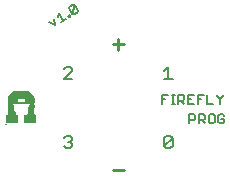
<source format=gto>
G75*
%MOIN*%
%OFA0B0*%
%FSLAX24Y24*%
%IPPOS*%
%LPD*%
%AMOC8*
5,1,8,0,0,1.08239X$1,22.5*
%
%ADD10C,0.0090*%
%ADD11C,0.0080*%
%ADD12C,0.0050*%
%ADD13R,0.0337X0.0000*%
%ADD14R,0.0337X0.0000*%
%ADD15R,0.0344X0.0001*%
%ADD16R,0.0348X0.0000*%
%ADD17R,0.0347X0.0000*%
%ADD18R,0.0350X0.0000*%
%ADD19R,0.0350X0.0000*%
%ADD20R,0.0352X0.0001*%
%ADD21R,0.0355X0.0000*%
%ADD22R,0.0354X0.0000*%
%ADD23R,0.0356X0.0001*%
%ADD24R,0.0359X0.0000*%
%ADD25R,0.0360X0.0000*%
%ADD26R,0.0361X0.0001*%
%ADD27R,0.0363X0.0000*%
%ADD28R,0.0362X0.0000*%
%ADD29R,0.0365X0.0001*%
%ADD30R,0.0364X0.0001*%
%ADD31R,0.0365X0.0000*%
%ADD32R,0.0366X0.0000*%
%ADD33R,0.0366X0.0000*%
%ADD34R,0.0367X0.0001*%
%ADD35R,0.0369X0.0000*%
%ADD36R,0.0370X0.0001*%
%ADD37R,0.0369X0.0001*%
%ADD38R,0.0370X0.0000*%
%ADD39R,0.0371X0.0000*%
%ADD40R,0.0371X0.0000*%
%ADD41R,0.0372X0.0001*%
%ADD42R,0.0372X0.0001*%
%ADD43R,0.0373X0.0000*%
%ADD44R,0.0373X0.0000*%
%ADD45R,0.0374X0.0001*%
%ADD46R,0.0374X0.0001*%
%ADD47R,0.0375X0.0000*%
%ADD48R,0.0374X0.0000*%
%ADD49R,0.0375X0.0000*%
%ADD50R,0.0375X0.0000*%
%ADD51R,0.0375X0.0001*%
%ADD52R,0.0376X0.0001*%
%ADD53R,0.0376X0.0000*%
%ADD54R,0.0377X0.0001*%
%ADD55R,0.0376X0.0001*%
%ADD56R,0.0377X0.0000*%
%ADD57R,0.0378X0.0000*%
%ADD58R,0.0378X0.0000*%
%ADD59R,0.0379X0.0001*%
%ADD60R,0.0379X0.0000*%
%ADD61R,0.0379X0.0000*%
%ADD62R,0.0380X0.0001*%
%ADD63R,0.0379X0.0001*%
%ADD64R,0.0380X0.0000*%
%ADD65R,0.0379X0.0000*%
%ADD66R,0.0380X0.0000*%
%ADD67R,0.0380X0.0000*%
%ADD68R,0.0380X0.0001*%
%ADD69R,0.0381X0.0001*%
%ADD70R,0.0381X0.0000*%
%ADD71R,0.0381X0.0001*%
%ADD72R,0.0381X0.0001*%
%ADD73R,0.0381X0.0000*%
%ADD74R,0.0382X0.0001*%
%ADD75R,0.0381X0.0001*%
%ADD76R,0.0382X0.0000*%
%ADD77R,0.0382X0.0000*%
%ADD78R,0.0382X0.0001*%
%ADD79R,0.0382X0.0000*%
%ADD80R,0.0383X0.0000*%
%ADD81R,0.0383X0.0001*%
%ADD82R,0.0383X0.0001*%
%ADD83R,0.0383X0.0000*%
%ADD84R,0.0382X0.0001*%
%ADD85R,0.0379X0.0001*%
%ADD86R,0.0381X0.0000*%
%ADD87R,0.0378X0.0001*%
%ADD88R,0.0377X0.0000*%
%ADD89R,0.0376X0.0000*%
%ADD90R,0.0374X0.0000*%
%ADD91R,0.0377X0.0001*%
%ADD92R,0.0372X0.0000*%
%ADD93R,0.0371X0.0001*%
%ADD94R,0.0376X0.0001*%
%ADD95R,0.0371X0.0000*%
%ADD96R,0.0376X0.0000*%
%ADD97R,0.0370X0.0000*%
%ADD98R,0.0369X0.0001*%
%ADD99R,0.0374X0.0001*%
%ADD100R,0.0368X0.0000*%
%ADD101R,0.0374X0.0000*%
%ADD102R,0.0367X0.0001*%
%ADD103R,0.0373X0.0001*%
%ADD104R,0.0366X0.0000*%
%ADD105R,0.0372X0.0000*%
%ADD106R,0.0365X0.0000*%
%ADD107R,0.0371X0.0000*%
%ADD108R,0.0364X0.0001*%
%ADD109R,0.0371X0.0001*%
%ADD110R,0.0362X0.0000*%
%ADD111R,0.0369X0.0000*%
%ADD112R,0.0360X0.0001*%
%ADD113R,0.0369X0.0001*%
%ADD114R,0.0359X0.0000*%
%ADD115R,0.0367X0.0000*%
%ADD116R,0.0357X0.0000*%
%ADD117R,0.0355X0.0001*%
%ADD118R,0.0365X0.0001*%
%ADD119R,0.0354X0.0000*%
%ADD120R,0.0364X0.0000*%
%ADD121R,0.0351X0.0001*%
%ADD122R,0.0363X0.0001*%
%ADD123R,0.0348X0.0000*%
%ADD124R,0.0361X0.0000*%
%ADD125R,0.0345X0.0000*%
%ADD126R,0.0340X0.0001*%
%ADD127R,0.0359X0.0001*%
%ADD128R,0.0258X0.0000*%
%ADD129R,0.0356X0.0000*%
%ADD130R,0.0257X0.0001*%
%ADD131R,0.0354X0.0001*%
%ADD132R,0.0257X0.0000*%
%ADD133R,0.0352X0.0000*%
%ADD134R,0.0347X0.0001*%
%ADD135R,0.0257X0.0000*%
%ADD136R,0.0344X0.0000*%
%ADD137R,0.0257X0.0001*%
%ADD138R,0.0338X0.0001*%
%ADD139R,0.0239X0.0000*%
%ADD140R,0.0256X0.0000*%
%ADD141R,0.0256X0.0001*%
%ADD142R,0.0239X0.0001*%
%ADD143R,0.0239X0.0001*%
%ADD144R,0.0256X0.0000*%
%ADD145R,0.0239X0.0000*%
%ADD146R,0.0256X0.0001*%
%ADD147R,0.0255X0.0000*%
%ADD148R,0.0238X0.0000*%
%ADD149R,0.0255X0.0001*%
%ADD150R,0.0238X0.0001*%
%ADD151R,0.0255X0.0000*%
%ADD152R,0.0255X0.0001*%
%ADD153R,0.0238X0.0001*%
%ADD154R,0.0238X0.0000*%
%ADD155R,0.0255X0.0000*%
%ADD156R,0.0238X0.0000*%
%ADD157R,0.0255X0.0001*%
%ADD158R,0.0238X0.0001*%
%ADD159R,0.0254X0.0000*%
%ADD160R,0.0254X0.0001*%
%ADD161R,0.0237X0.0000*%
%ADD162R,0.0254X0.0001*%
%ADD163R,0.0237X0.0001*%
%ADD164R,0.0254X0.0000*%
%ADD165R,0.0253X0.0000*%
%ADD166R,0.0236X0.0000*%
%ADD167R,0.0253X0.0001*%
%ADD168R,0.0236X0.0001*%
%ADD169R,0.0253X0.0000*%
%ADD170R,0.0253X0.0001*%
%ADD171R,0.0236X0.0001*%
%ADD172R,0.0236X0.0000*%
%ADD173R,0.0252X0.0001*%
%ADD174R,0.0252X0.0000*%
%ADD175R,0.0235X0.0000*%
%ADD176R,0.0235X0.0001*%
%ADD177R,0.0251X0.0000*%
%ADD178R,0.0251X0.0001*%
%ADD179R,0.0235X0.0001*%
%ADD180R,0.0235X0.0000*%
%ADD181R,0.0251X0.0001*%
%ADD182R,0.0251X0.0000*%
%ADD183R,0.0234X0.0000*%
%ADD184R,0.0250X0.0001*%
%ADD185R,0.0234X0.0001*%
%ADD186R,0.0250X0.0000*%
%ADD187R,0.0250X0.0000*%
%ADD188R,0.0234X0.0000*%
%ADD189R,0.0250X0.0001*%
%ADD190R,0.0234X0.0001*%
%ADD191R,0.0250X0.0001*%
%ADD192R,0.0250X0.0000*%
%ADD193R,0.0233X0.0000*%
%ADD194R,0.0249X0.0001*%
%ADD195R,0.0233X0.0001*%
%ADD196R,0.0249X0.0000*%
%ADD197R,0.0233X0.0001*%
%ADD198R,0.0233X0.0000*%
%ADD199R,0.0249X0.0000*%
%ADD200R,0.0249X0.0001*%
%ADD201R,0.0232X0.0000*%
%ADD202R,0.0248X0.0001*%
%ADD203R,0.0232X0.0001*%
%ADD204R,0.0248X0.0000*%
%ADD205R,0.0248X0.0001*%
%ADD206R,0.0232X0.0001*%
%ADD207R,0.0248X0.0000*%
%ADD208R,0.0232X0.0000*%
%ADD209R,0.0247X0.0000*%
%ADD210R,0.0231X0.0000*%
%ADD211R,0.0247X0.0001*%
%ADD212R,0.0231X0.0001*%
%ADD213R,0.0246X0.0001*%
%ADD214R,0.0246X0.0000*%
%ADD215R,0.0231X0.0000*%
%ADD216R,0.0231X0.0001*%
%ADD217R,0.0246X0.0000*%
%ADD218R,0.0246X0.0001*%
%ADD219R,0.0230X0.0000*%
%ADD220R,0.0245X0.0000*%
%ADD221R,0.0245X0.0001*%
%ADD222R,0.0230X0.0001*%
%ADD223R,0.0245X0.0001*%
%ADD224R,0.0230X0.0001*%
%ADD225R,0.0245X0.0000*%
%ADD226R,0.0230X0.0000*%
%ADD227R,0.0245X0.0000*%
%ADD228R,0.0229X0.0000*%
%ADD229R,0.0245X0.0001*%
%ADD230R,0.0229X0.0001*%
%ADD231R,0.0244X0.0000*%
%ADD232R,0.0244X0.0001*%
%ADD233R,0.0229X0.0001*%
%ADD234R,0.0229X0.0000*%
%ADD235R,0.0244X0.0000*%
%ADD236R,0.0228X0.0000*%
%ADD237R,0.0244X0.0001*%
%ADD238R,0.0228X0.0001*%
%ADD239R,0.0243X0.0000*%
%ADD240R,0.0243X0.0001*%
%ADD241R,0.0243X0.0000*%
%ADD242R,0.0228X0.0000*%
%ADD243R,0.0243X0.0001*%
%ADD244R,0.0228X0.0001*%
%ADD245R,0.0242X0.0000*%
%ADD246R,0.0227X0.0000*%
%ADD247R,0.0242X0.0001*%
%ADD248R,0.0227X0.0001*%
%ADD249R,0.0241X0.0000*%
%ADD250R,0.0241X0.0001*%
%ADD251R,0.0227X0.0001*%
%ADD252R,0.0227X0.0000*%
%ADD253R,0.0241X0.0001*%
%ADD254R,0.0241X0.0000*%
%ADD255R,0.0226X0.0000*%
%ADD256R,0.0226X0.0001*%
%ADD257R,0.0240X0.0000*%
%ADD258R,0.0240X0.0001*%
%ADD259R,0.0226X0.0001*%
%ADD260R,0.0240X0.0000*%
%ADD261R,0.0226X0.0000*%
%ADD262R,0.0240X0.0001*%
%ADD263R,0.0225X0.0000*%
%ADD264R,0.0240X0.0001*%
%ADD265R,0.0225X0.0001*%
%ADD266R,0.0240X0.0000*%
%ADD267R,0.0225X0.0000*%
%ADD268R,0.0225X0.0001*%
%ADD269R,0.0239X0.0001*%
%ADD270R,0.0239X0.0000*%
%ADD271R,0.0224X0.0000*%
%ADD272R,0.0224X0.0001*%
%ADD273R,0.0224X0.0001*%
%ADD274R,0.0224X0.0000*%
%ADD275R,0.0223X0.0000*%
%ADD276R,0.0237X0.0001*%
%ADD277R,0.0223X0.0001*%
%ADD278R,0.0237X0.0000*%
%ADD279R,0.0223X0.0001*%
%ADD280R,0.0223X0.0000*%
%ADD281R,0.0236X0.0000*%
%ADD282R,0.0222X0.0000*%
%ADD283R,0.0236X0.0001*%
%ADD284R,0.0222X0.0001*%
%ADD285R,0.0222X0.0000*%
%ADD286R,0.0222X0.0001*%
%ADD287R,0.0221X0.0000*%
%ADD288R,0.0235X0.0000*%
%ADD289R,0.0235X0.0001*%
%ADD290R,0.0221X0.0001*%
%ADD291R,0.0221X0.0001*%
%ADD292R,0.0221X0.0000*%
%ADD293R,0.0234X0.0000*%
%ADD294R,0.0220X0.0000*%
%ADD295R,0.0234X0.0001*%
%ADD296R,0.0220X0.0001*%
%ADD297R,0.0220X0.0001*%
%ADD298R,0.0220X0.0000*%
%ADD299R,0.0219X0.0000*%
%ADD300R,0.0219X0.0001*%
%ADD301R,0.0232X0.0000*%
%ADD302R,0.0232X0.0001*%
%ADD303R,0.0219X0.0000*%
%ADD304R,0.0219X0.0001*%
%ADD305R,0.0231X0.0000*%
%ADD306R,0.0218X0.0000*%
%ADD307R,0.0231X0.0001*%
%ADD308R,0.0218X0.0001*%
%ADD309R,0.0218X0.0001*%
%ADD310R,0.0218X0.0000*%
%ADD311R,0.0217X0.0000*%
%ADD312R,0.0217X0.0001*%
%ADD313R,0.0230X0.0000*%
%ADD314R,0.0230X0.0001*%
%ADD315R,0.0217X0.0001*%
%ADD316R,0.0217X0.0000*%
%ADD317R,0.0216X0.0000*%
%ADD318R,0.0229X0.0001*%
%ADD319R,0.0216X0.0001*%
%ADD320R,0.0229X0.0000*%
%ADD321R,0.0216X0.0000*%
%ADD322R,0.0216X0.0001*%
%ADD323R,0.0215X0.0000*%
%ADD324R,0.0227X0.0001*%
%ADD325R,0.0215X0.0001*%
%ADD326R,0.0227X0.0000*%
%ADD327R,0.0215X0.0001*%
%ADD328R,0.0215X0.0000*%
%ADD329R,0.0214X0.0000*%
%ADD330R,0.0226X0.0001*%
%ADD331R,0.0214X0.0001*%
%ADD332R,0.0226X0.0000*%
%ADD333R,0.0214X0.0001*%
%ADD334R,0.0214X0.0000*%
%ADD335R,0.0213X0.0000*%
%ADD336R,0.0213X0.0001*%
%ADD337R,0.0225X0.0001*%
%ADD338R,0.0225X0.0000*%
%ADD339R,0.0213X0.0000*%
%ADD340R,0.0213X0.0001*%
%ADD341R,0.0213X0.0000*%
%ADD342R,0.0224X0.0000*%
%ADD343R,0.0224X0.0001*%
%ADD344R,0.0213X0.0001*%
%ADD345R,0.0212X0.0001*%
%ADD346R,0.0212X0.0000*%
%ADD347R,0.0211X0.0000*%
%ADD348R,0.0211X0.0001*%
%ADD349R,0.0222X0.0000*%
%ADD350R,0.0222X0.0001*%
%ADD351R,0.0211X0.0001*%
%ADD352R,0.0211X0.0000*%
%ADD353R,0.0210X0.0000*%
%ADD354R,0.0210X0.0001*%
%ADD355R,0.0221X0.0000*%
%ADD356R,0.0221X0.0001*%
%ADD357R,0.0210X0.0000*%
%ADD358R,0.0210X0.0001*%
%ADD359R,0.0209X0.0000*%
%ADD360R,0.0209X0.0001*%
%ADD361R,0.0220X0.0000*%
%ADD362R,0.0220X0.0001*%
%ADD363R,0.0209X0.0001*%
%ADD364R,0.0209X0.0000*%
%ADD365R,0.0208X0.0000*%
%ADD366R,0.0208X0.0001*%
%ADD367R,0.0219X0.0000*%
%ADD368R,0.0219X0.0001*%
%ADD369R,0.0208X0.0001*%
%ADD370R,0.0208X0.0000*%
%ADD371R,0.0208X0.0000*%
%ADD372R,0.0208X0.0001*%
%ADD373R,0.0217X0.0000*%
%ADD374R,0.0207X0.0000*%
%ADD375R,0.0217X0.0001*%
%ADD376R,0.0207X0.0001*%
%ADD377R,0.0206X0.0000*%
%ADD378R,0.0216X0.0001*%
%ADD379R,0.0206X0.0001*%
%ADD380R,0.0216X0.0000*%
%ADD381R,0.0206X0.0001*%
%ADD382R,0.0206X0.0000*%
%ADD383R,0.0205X0.0000*%
%ADD384R,0.0205X0.0001*%
%ADD385R,0.0215X0.0001*%
%ADD386R,0.0205X0.0001*%
%ADD387R,0.0215X0.0000*%
%ADD388R,0.0205X0.0000*%
%ADD389R,0.0204X0.0000*%
%ADD390R,0.0204X0.0001*%
%ADD391R,0.0214X0.0001*%
%ADD392R,0.0214X0.0000*%
%ADD393R,0.0204X0.0000*%
%ADD394R,0.0204X0.0001*%
%ADD395R,0.0203X0.0000*%
%ADD396R,0.0203X0.0001*%
%ADD397R,0.0212X0.0001*%
%ADD398R,0.0203X0.0001*%
%ADD399R,0.0212X0.0000*%
%ADD400R,0.0203X0.0000*%
%ADD401R,0.0203X0.0000*%
%ADD402R,0.0203X0.0001*%
%ADD403R,0.0211X0.0000*%
%ADD404R,0.0211X0.0001*%
%ADD405R,0.0202X0.0001*%
%ADD406R,0.0202X0.0000*%
%ADD407R,0.0201X0.0000*%
%ADD408R,0.0201X0.0001*%
%ADD409R,0.0210X0.0000*%
%ADD410R,0.0201X0.0000*%
%ADD411R,0.0210X0.0001*%
%ADD412R,0.0201X0.0001*%
%ADD413R,0.0200X0.0000*%
%ADD414R,0.0200X0.0001*%
%ADD415R,0.0209X0.0000*%
%ADD416R,0.0209X0.0001*%
%ADD417R,0.0200X0.0001*%
%ADD418R,0.0200X0.0000*%
%ADD419R,0.0199X0.0000*%
%ADD420R,0.0199X0.0001*%
%ADD421R,0.0199X0.0001*%
%ADD422R,0.0207X0.0000*%
%ADD423R,0.0199X0.0000*%
%ADD424R,0.0207X0.0001*%
%ADD425R,0.0198X0.0000*%
%ADD426R,0.0198X0.0001*%
%ADD427R,0.0206X0.0000*%
%ADD428R,0.0198X0.0000*%
%ADD429R,0.0206X0.0001*%
%ADD430R,0.0198X0.0001*%
%ADD431R,0.0198X0.0000*%
%ADD432R,0.0198X0.0001*%
%ADD433R,0.0197X0.0001*%
%ADD434R,0.0205X0.0000*%
%ADD435R,0.0197X0.0000*%
%ADD436R,0.0205X0.0001*%
%ADD437R,0.0196X0.0000*%
%ADD438R,0.0196X0.0001*%
%ADD439R,0.0204X0.0001*%
%ADD440R,0.0196X0.0001*%
%ADD441R,0.0204X0.0000*%
%ADD442R,0.0196X0.0000*%
%ADD443R,0.0195X0.0000*%
%ADD444R,0.0195X0.0001*%
%ADD445R,0.0195X0.0000*%
%ADD446R,0.0202X0.0001*%
%ADD447R,0.0195X0.0001*%
%ADD448R,0.0202X0.0000*%
%ADD449R,0.0194X0.0000*%
%ADD450R,0.0194X0.0001*%
%ADD451R,0.0201X0.0001*%
%ADD452R,0.0194X0.0001*%
%ADD453R,0.0201X0.0000*%
%ADD454R,0.0194X0.0000*%
%ADD455R,0.0193X0.0000*%
%ADD456R,0.0193X0.0001*%
%ADD457R,0.0193X0.0001*%
%ADD458R,0.0193X0.0000*%
%ADD459R,0.0200X0.0001*%
%ADD460R,0.0200X0.0000*%
%ADD461R,0.0192X0.0000*%
%ADD462R,0.0192X0.0001*%
%ADD463R,0.0199X0.0000*%
%ADD464R,0.0192X0.0000*%
%ADD465R,0.0199X0.0001*%
%ADD466R,0.0192X0.0001*%
%ADD467R,0.0191X0.0000*%
%ADD468R,0.0191X0.0001*%
%ADD469R,0.0191X0.0001*%
%ADD470R,0.0191X0.0000*%
%ADD471R,0.0197X0.0000*%
%ADD472R,0.0197X0.0001*%
%ADD473R,0.0190X0.0000*%
%ADD474R,0.0190X0.0001*%
%ADD475R,0.0190X0.0001*%
%ADD476R,0.0196X0.0000*%
%ADD477R,0.0190X0.0000*%
%ADD478R,0.0196X0.0001*%
%ADD479R,0.0189X0.0000*%
%ADD480R,0.0189X0.0001*%
%ADD481R,0.0189X0.0000*%
%ADD482R,0.0189X0.0001*%
%ADD483R,0.0195X0.0000*%
%ADD484R,0.0195X0.0001*%
%ADD485R,0.0188X0.0000*%
%ADD486R,0.0188X0.0001*%
%ADD487R,0.0188X0.0001*%
%ADD488R,0.0194X0.0000*%
%ADD489R,0.0188X0.0000*%
%ADD490R,0.0194X0.0001*%
%ADD491R,0.0187X0.0000*%
%ADD492R,0.0187X0.0001*%
%ADD493R,0.0187X0.0001*%
%ADD494R,0.0187X0.0000*%
%ADD495R,0.0192X0.0000*%
%ADD496R,0.0186X0.0000*%
%ADD497R,0.0192X0.0001*%
%ADD498R,0.0186X0.0001*%
%ADD499R,0.0186X0.0000*%
%ADD500R,0.0191X0.0001*%
%ADD501R,0.0186X0.0001*%
%ADD502R,0.0191X0.0000*%
%ADD503R,0.0185X0.0000*%
%ADD504R,0.0185X0.0001*%
%ADD505R,0.0185X0.0001*%
%ADD506R,0.0185X0.0000*%
%ADD507R,0.0190X0.0001*%
%ADD508R,0.0190X0.0000*%
%ADD509R,0.0184X0.0000*%
%ADD510R,0.0184X0.0001*%
%ADD511R,0.0184X0.0001*%
%ADD512R,0.0184X0.0000*%
%ADD513R,0.0189X0.0001*%
%ADD514R,0.0189X0.0000*%
%ADD515R,0.0183X0.0000*%
%ADD516R,0.0183X0.0001*%
%ADD517R,0.0183X0.0000*%
%ADD518R,0.0183X0.0001*%
%ADD519R,0.0187X0.0001*%
%ADD520R,0.0187X0.0000*%
%ADD521R,0.0182X0.0000*%
%ADD522R,0.0182X0.0001*%
%ADD523R,0.0182X0.0001*%
%ADD524R,0.0182X0.0000*%
%ADD525R,0.0186X0.0000*%
%ADD526R,0.0186X0.0001*%
%ADD527R,0.0181X0.0000*%
%ADD528R,0.0181X0.0001*%
%ADD529R,0.0181X0.0001*%
%ADD530R,0.0181X0.0000*%
%ADD531R,0.0185X0.0000*%
%ADD532R,0.0180X0.0000*%
%ADD533R,0.0185X0.0001*%
%ADD534R,0.0180X0.0001*%
%ADD535R,0.0180X0.0000*%
%ADD536R,0.0180X0.0001*%
%ADD537R,0.0184X0.0000*%
%ADD538R,0.0184X0.0001*%
%ADD539R,0.0179X0.0000*%
%ADD540R,0.0179X0.0001*%
%ADD541R,0.0179X0.0001*%
%ADD542R,0.0179X0.0000*%
%ADD543R,0.0182X0.0000*%
%ADD544R,0.0178X0.0000*%
%ADD545R,0.0182X0.0001*%
%ADD546R,0.0178X0.0001*%
%ADD547R,0.0178X0.0001*%
%ADD548R,0.0178X0.0000*%
%ADD549R,0.0181X0.0000*%
%ADD550R,0.0177X0.0000*%
%ADD551R,0.0181X0.0001*%
%ADD552R,0.0177X0.0001*%
%ADD553R,0.0177X0.0000*%
%ADD554R,0.0177X0.0001*%
%ADD555R,0.0180X0.0000*%
%ADD556R,0.0176X0.0000*%
%ADD557R,0.0180X0.0001*%
%ADD558R,0.0176X0.0001*%
%ADD559R,0.0176X0.0001*%
%ADD560R,0.0176X0.0000*%
%ADD561R,0.0179X0.0001*%
%ADD562R,0.0179X0.0000*%
%ADD563R,0.0175X0.0000*%
%ADD564R,0.0175X0.0001*%
%ADD565R,0.0175X0.0001*%
%ADD566R,0.0175X0.0000*%
%ADD567R,0.0174X0.0000*%
%ADD568R,0.0177X0.0001*%
%ADD569R,0.0174X0.0001*%
%ADD570R,0.0177X0.0000*%
%ADD571R,0.0174X0.0000*%
%ADD572R,0.0174X0.0001*%
%ADD573R,0.0176X0.0001*%
%ADD574R,0.0176X0.0000*%
%ADD575R,0.0173X0.0000*%
%ADD576R,0.0173X0.0001*%
%ADD577R,0.0173X0.0001*%
%ADD578R,0.0173X0.0000*%
%ADD579R,0.0173X0.0000*%
%ADD580R,0.0175X0.0001*%
%ADD581R,0.0173X0.0001*%
%ADD582R,0.0175X0.0000*%
%ADD583R,0.0172X0.0001*%
%ADD584R,0.0172X0.0000*%
%ADD585R,0.0174X0.0000*%
%ADD586R,0.0171X0.0000*%
%ADD587R,0.0174X0.0001*%
%ADD588R,0.0171X0.0001*%
%ADD589R,0.0171X0.0000*%
%ADD590R,0.0171X0.0001*%
%ADD591R,0.0170X0.0000*%
%ADD592R,0.0172X0.0000*%
%ADD593R,0.0172X0.0001*%
%ADD594R,0.0170X0.0001*%
%ADD595R,0.0170X0.0001*%
%ADD596R,0.0170X0.0000*%
%ADD597R,0.0171X0.0000*%
%ADD598R,0.0169X0.0000*%
%ADD599R,0.0171X0.0001*%
%ADD600R,0.0169X0.0001*%
%ADD601R,0.0169X0.0001*%
%ADD602R,0.0169X0.0000*%
%ADD603R,0.0168X0.0000*%
%ADD604R,0.0168X0.0001*%
%ADD605R,0.0170X0.0000*%
%ADD606R,0.0170X0.0001*%
%ADD607R,0.0168X0.0000*%
%ADD608R,0.0168X0.0001*%
%ADD609R,0.0169X0.0000*%
%ADD610R,0.0168X0.0000*%
%ADD611R,0.0169X0.0001*%
%ADD612R,0.0168X0.0001*%
%ADD613R,0.0167X0.0001*%
%ADD614R,0.0167X0.0000*%
%ADD615R,0.0166X0.0000*%
%ADD616R,0.0166X0.0001*%
%ADD617R,0.0167X0.0000*%
%ADD618R,0.0167X0.0001*%
%ADD619R,0.0166X0.0001*%
%ADD620R,0.0166X0.0000*%
%ADD621R,0.0165X0.0000*%
%ADD622R,0.0166X0.0001*%
%ADD623R,0.0165X0.0001*%
%ADD624R,0.0166X0.0000*%
%ADD625R,0.0165X0.0000*%
%ADD626R,0.0165X0.0001*%
%ADD627R,0.0164X0.0000*%
%ADD628R,0.0165X0.0001*%
%ADD629R,0.0164X0.0001*%
%ADD630R,0.0165X0.0000*%
%ADD631R,0.0164X0.0001*%
%ADD632R,0.0164X0.0000*%
%ADD633R,0.0163X0.0000*%
%ADD634R,0.0164X0.0001*%
%ADD635R,0.0163X0.0001*%
%ADD636R,0.0164X0.0000*%
%ADD637R,0.0163X0.0001*%
%ADD638R,0.0163X0.0000*%
%ADD639R,0.0163X0.0000*%
%ADD640R,0.0163X0.0001*%
%ADD641R,0.0162X0.0001*%
%ADD642R,0.0162X0.0000*%
%ADD643R,0.0162X0.0000*%
%ADD644R,0.0161X0.0001*%
%ADD645R,0.0162X0.0001*%
%ADD646R,0.0161X0.0000*%
%ADD647R,0.0161X0.0000*%
%ADD648R,0.0161X0.0001*%
%ADD649R,0.0160X0.0001*%
%ADD650R,0.0161X0.0001*%
%ADD651R,0.0160X0.0000*%
%ADD652R,0.0161X0.0000*%
%ADD653R,0.0160X0.0000*%
%ADD654R,0.0160X0.0001*%
%ADD655R,0.0160X0.0000*%
%ADD656R,0.0160X0.0001*%
%ADD657R,0.0159X0.0001*%
%ADD658R,0.0159X0.0000*%
%ADD659R,0.0159X0.0000*%
%ADD660R,0.0159X0.0001*%
%ADD661R,0.0159X0.0000*%
%ADD662R,0.0159X0.0001*%
%ADD663R,0.0158X0.0000*%
%ADD664R,0.0158X0.0001*%
%ADD665R,0.0158X0.0000*%
%ADD666R,0.0158X0.0000*%
%ADD667R,0.0158X0.0001*%
%ADD668R,0.0158X0.0001*%
%ADD669R,0.0157X0.0000*%
%ADD670R,0.0157X0.0001*%
%ADD671R,0.0156X0.0000*%
%ADD672R,0.0156X0.0001*%
%ADD673R,0.0156X0.0000*%
%ADD674R,0.0156X0.0001*%
%ADD675R,0.0157X0.0001*%
%ADD676R,0.0155X0.0000*%
%ADD677R,0.0157X0.0000*%
%ADD678R,0.0155X0.0001*%
%ADD679R,0.0155X0.0001*%
%ADD680R,0.0155X0.0000*%
%ADD681R,0.0155X0.0000*%
%ADD682R,0.0156X0.0000*%
%ADD683R,0.0155X0.0001*%
%ADD684R,0.0156X0.0001*%
%ADD685R,0.0154X0.0000*%
%ADD686R,0.0154X0.0001*%
%ADD687R,0.0154X0.0001*%
%ADD688R,0.0154X0.0000*%
%ADD689R,0.0153X0.0000*%
%ADD690R,0.0153X0.0001*%
%ADD691R,0.0154X0.0000*%
%ADD692R,0.0152X0.0001*%
%ADD693R,0.0154X0.0001*%
%ADD694R,0.0152X0.0000*%
%ADD695R,0.0152X0.0001*%
%ADD696R,0.0152X0.0000*%
%ADD697R,0.0151X0.0000*%
%ADD698R,0.0153X0.0000*%
%ADD699R,0.0151X0.0001*%
%ADD700R,0.0153X0.0001*%
%ADD701R,0.0151X0.0001*%
%ADD702R,0.0151X0.0000*%
%ADD703R,0.0150X0.0001*%
%ADD704R,0.0150X0.0000*%
%ADD705R,0.0150X0.0000*%
%ADD706R,0.0150X0.0001*%
%ADD707R,0.0150X0.0001*%
%ADD708R,0.0152X0.0001*%
%ADD709R,0.0150X0.0000*%
%ADD710R,0.0152X0.0000*%
%ADD711R,0.0149X0.0000*%
%ADD712R,0.0149X0.0001*%
%ADD713R,0.0149X0.0000*%
%ADD714R,0.0149X0.0001*%
%ADD715R,0.0151X0.0001*%
%ADD716R,0.0151X0.0000*%
%ADD717R,0.0148X0.0001*%
%ADD718R,0.0148X0.0000*%
%ADD719R,0.0260X0.0000*%
%ADD720R,0.0259X0.0000*%
%ADD721R,0.0260X0.0001*%
%ADD722R,0.0259X0.0001*%
%ADD723R,0.0868X0.0000*%
%ADD724R,0.0868X0.0001*%
%ADD725R,0.0321X0.0000*%
%ADD726R,0.0305X0.0000*%
%ADD727R,0.0321X0.0001*%
%ADD728R,0.0305X0.0001*%
%ADD729R,0.0867X0.0000*%
%ADD730R,0.0867X0.0001*%
%ADD731R,0.0867X0.0000*%
%ADD732R,0.0867X0.0001*%
%ADD733R,0.0866X0.0000*%
%ADD734R,0.0866X0.0000*%
%ADD735R,0.0866X0.0001*%
%ADD736R,0.0866X0.0000*%
%ADD737R,0.0866X0.0001*%
%ADD738R,0.0865X0.0000*%
%ADD739R,0.0865X0.0001*%
%ADD740R,0.0864X0.0001*%
%ADD741R,0.0864X0.0000*%
%ADD742R,0.0864X0.0001*%
%ADD743R,0.0864X0.0000*%
%ADD744R,0.0864X0.0001*%
%ADD745R,0.0864X0.0000*%
%ADD746R,0.0863X0.0001*%
%ADD747R,0.0863X0.0000*%
%ADD748R,0.0862X0.0001*%
%ADD749R,0.0862X0.0000*%
%ADD750R,0.0862X0.0001*%
%ADD751R,0.0862X0.0000*%
%ADD752R,0.0861X0.0001*%
%ADD753R,0.0861X0.0000*%
%ADD754R,0.0861X0.0001*%
%ADD755R,0.0860X0.0001*%
%ADD756R,0.0860X0.0000*%
%ADD757R,0.0859X0.0000*%
%ADD758R,0.0859X0.0001*%
%ADD759R,0.0858X0.0000*%
%ADD760R,0.0858X0.0001*%
%ADD761R,0.0857X0.0001*%
%ADD762R,0.0857X0.0000*%
%ADD763R,0.0856X0.0000*%
%ADD764R,0.0856X0.0001*%
%ADD765R,0.0855X0.0000*%
%ADD766R,0.0855X0.0001*%
%ADD767R,0.0855X0.0000*%
%ADD768R,0.0855X0.0001*%
%ADD769R,0.0854X0.0000*%
%ADD770R,0.0854X0.0001*%
%ADD771R,0.0853X0.0000*%
%ADD772R,0.0853X0.0001*%
%ADD773R,0.0853X0.0000*%
%ADD774R,0.0853X0.0000*%
%ADD775R,0.0852X0.0001*%
%ADD776R,0.0852X0.0000*%
%ADD777R,0.0852X0.0001*%
%ADD778R,0.0851X0.0000*%
%ADD779R,0.0850X0.0001*%
%ADD780R,0.0850X0.0000*%
%ADD781R,0.0850X0.0001*%
%ADD782R,0.0849X0.0000*%
%ADD783R,0.0848X0.0001*%
%ADD784R,0.0848X0.0000*%
%ADD785R,0.0848X0.0001*%
%ADD786R,0.0848X0.0000*%
%ADD787R,0.0847X0.0000*%
%ADD788R,0.0847X0.0001*%
%ADD789R,0.0846X0.0000*%
%ADD790R,0.0846X0.0001*%
%ADD791R,0.0845X0.0000*%
%ADD792R,0.0845X0.0000*%
%ADD793R,0.0845X0.0001*%
%ADD794R,0.0843X0.0000*%
%ADD795R,0.0843X0.0001*%
%ADD796R,0.0841X0.0000*%
%ADD797R,0.0840X0.0000*%
%ADD798R,0.0839X0.0001*%
%ADD799R,0.0838X0.0000*%
%ADD800R,0.0837X0.0001*%
%ADD801R,0.0836X0.0000*%
%ADD802R,0.0835X0.0000*%
%ADD803R,0.0834X0.0001*%
%ADD804R,0.0833X0.0000*%
%ADD805R,0.0832X0.0001*%
%ADD806R,0.0831X0.0000*%
%ADD807R,0.0830X0.0000*%
%ADD808R,0.0829X0.0001*%
%ADD809R,0.0828X0.0000*%
%ADD810R,0.0827X0.0001*%
%ADD811R,0.0826X0.0000*%
%ADD812R,0.0825X0.0000*%
%ADD813R,0.0824X0.0001*%
%ADD814R,0.0823X0.0000*%
%ADD815R,0.0822X0.0001*%
%ADD816R,0.0821X0.0000*%
%ADD817R,0.0820X0.0000*%
%ADD818R,0.0819X0.0001*%
%ADD819R,0.0818X0.0000*%
%ADD820R,0.0817X0.0001*%
%ADD821R,0.0816X0.0000*%
%ADD822R,0.0815X0.0000*%
%ADD823R,0.0814X0.0001*%
%ADD824R,0.0813X0.0000*%
%ADD825R,0.0812X0.0001*%
%ADD826R,0.0811X0.0000*%
%ADD827R,0.0810X0.0000*%
%ADD828R,0.0808X0.0001*%
%ADD829R,0.0808X0.0000*%
%ADD830R,0.0807X0.0001*%
%ADD831R,0.0805X0.0000*%
%ADD832R,0.0805X0.0000*%
%ADD833R,0.0803X0.0001*%
%ADD834R,0.0803X0.0000*%
%ADD835R,0.0802X0.0001*%
%ADD836R,0.0800X0.0000*%
%ADD837R,0.0800X0.0000*%
%ADD838R,0.0798X0.0001*%
%ADD839R,0.0798X0.0000*%
%ADD840R,0.0797X0.0001*%
%ADD841R,0.0795X0.0000*%
%ADD842R,0.0795X0.0000*%
%ADD843R,0.0793X0.0001*%
%ADD844R,0.0793X0.0000*%
%ADD845R,0.0791X0.0001*%
%ADD846R,0.0790X0.0000*%
%ADD847R,0.0789X0.0000*%
%ADD848R,0.0788X0.0001*%
%ADD849R,0.0787X0.0000*%
%ADD850R,0.0786X0.0001*%
%ADD851R,0.0785X0.0000*%
%ADD852R,0.0784X0.0000*%
%ADD853R,0.0783X0.0001*%
%ADD854R,0.0782X0.0000*%
%ADD855R,0.0781X0.0001*%
%ADD856R,0.0780X0.0000*%
%ADD857R,0.0779X0.0000*%
%ADD858R,0.0778X0.0001*%
%ADD859R,0.0777X0.0000*%
%ADD860R,0.0776X0.0001*%
%ADD861R,0.0775X0.0000*%
%ADD862R,0.0774X0.0000*%
%ADD863R,0.0773X0.0001*%
%ADD864R,0.0772X0.0000*%
%ADD865R,0.0771X0.0001*%
%ADD866R,0.0770X0.0000*%
%ADD867R,0.0769X0.0000*%
%ADD868R,0.0768X0.0001*%
%ADD869R,0.0767X0.0000*%
%ADD870R,0.0766X0.0001*%
%ADD871R,0.0765X0.0000*%
%ADD872R,0.0764X0.0000*%
%ADD873R,0.0763X0.0001*%
%ADD874R,0.0762X0.0000*%
%ADD875R,0.0761X0.0001*%
%ADD876R,0.0760X0.0000*%
%ADD877R,0.0758X0.0000*%
%ADD878R,0.0757X0.0001*%
%ADD879R,0.0757X0.0000*%
%ADD880R,0.0755X0.0001*%
%ADD881R,0.0755X0.0000*%
%ADD882R,0.0753X0.0000*%
%ADD883R,0.0752X0.0001*%
%ADD884R,0.0752X0.0000*%
%ADD885R,0.0750X0.0001*%
%ADD886R,0.0750X0.0000*%
%ADD887R,0.0748X0.0000*%
%ADD888R,0.0747X0.0001*%
%ADD889R,0.0747X0.0000*%
%ADD890R,0.0745X0.0001*%
%ADD891R,0.0745X0.0000*%
%ADD892R,0.0743X0.0000*%
%ADD893R,0.0742X0.0001*%
%ADD894R,0.0741X0.0000*%
%ADD895R,0.0740X0.0001*%
%ADD896R,0.0739X0.0000*%
%ADD897R,0.0738X0.0000*%
%ADD898R,0.0737X0.0001*%
%ADD899R,0.0736X0.0000*%
%ADD900R,0.0735X0.0001*%
%ADD901R,0.0734X0.0000*%
%ADD902R,0.0733X0.0000*%
%ADD903R,0.0732X0.0001*%
%ADD904R,0.0731X0.0000*%
%ADD905R,0.0730X0.0001*%
%ADD906R,0.0729X0.0000*%
%ADD907R,0.0728X0.0000*%
%ADD908R,0.0727X0.0001*%
%ADD909R,0.0726X0.0000*%
%ADD910R,0.0725X0.0001*%
%ADD911R,0.0724X0.0000*%
%ADD912R,0.0723X0.0000*%
%ADD913R,0.0722X0.0001*%
%ADD914R,0.0721X0.0000*%
%ADD915R,0.0720X0.0001*%
%ADD916R,0.0719X0.0000*%
%ADD917R,0.0718X0.0000*%
%ADD918R,0.0717X0.0001*%
%ADD919R,0.0716X0.0000*%
%ADD920R,0.0715X0.0001*%
%ADD921R,0.0714X0.0000*%
%ADD922R,0.0713X0.0000*%
%ADD923R,0.0712X0.0001*%
%ADD924R,0.0711X0.0000*%
%ADD925R,0.0710X0.0001*%
%ADD926R,0.0709X0.0000*%
%ADD927R,0.0707X0.0000*%
%ADD928R,0.0707X0.0001*%
%ADD929R,0.0705X0.0000*%
%ADD930R,0.0705X0.0001*%
%ADD931R,0.0703X0.0000*%
%ADD932R,0.0703X0.0000*%
%ADD933R,0.0702X0.0001*%
%ADD934R,0.0700X0.0000*%
%ADD935R,0.0700X0.0001*%
%ADD936R,0.0698X0.0000*%
%ADD937R,0.0698X0.0000*%
%ADD938R,0.0697X0.0001*%
%ADD939R,0.0695X0.0000*%
%ADD940R,0.0695X0.0001*%
%ADD941R,0.0693X0.0000*%
%ADD942R,0.0692X0.0000*%
%ADD943R,0.0691X0.0001*%
%ADD944R,0.0690X0.0000*%
%ADD945R,0.0689X0.0001*%
%ADD946R,0.0688X0.0000*%
%ADD947R,0.0687X0.0000*%
%ADD948R,0.0686X0.0001*%
%ADD949R,0.0685X0.0000*%
%ADD950R,0.0684X0.0001*%
%ADD951R,0.0683X0.0000*%
%ADD952R,0.0682X0.0000*%
%ADD953R,0.0681X0.0001*%
%ADD954R,0.0680X0.0000*%
%ADD955R,0.0679X0.0001*%
%ADD956R,0.0678X0.0000*%
%ADD957R,0.0677X0.0000*%
%ADD958R,0.0676X0.0001*%
%ADD959R,0.0675X0.0000*%
%ADD960R,0.0674X0.0001*%
%ADD961R,0.0673X0.0000*%
%ADD962R,0.0672X0.0000*%
%ADD963R,0.0671X0.0001*%
%ADD964R,0.0670X0.0000*%
%ADD965R,0.0669X0.0001*%
%ADD966R,0.0668X0.0000*%
%ADD967R,0.0667X0.0000*%
%ADD968R,0.0666X0.0001*%
%ADD969R,0.0665X0.0000*%
%ADD970R,0.0664X0.0001*%
%ADD971R,0.0663X0.0000*%
%ADD972R,0.0662X0.0000*%
%ADD973R,0.0661X0.0001*%
%ADD974R,0.0660X0.0000*%
%ADD975R,0.0659X0.0001*%
%ADD976R,0.0658X0.0000*%
%ADD977R,0.0657X0.0000*%
%ADD978R,0.0655X0.0001*%
%ADD979R,0.0655X0.0000*%
%ADD980R,0.0653X0.0001*%
%ADD981R,0.0653X0.0000*%
%ADD982R,0.0652X0.0000*%
%ADD983R,0.0650X0.0001*%
%ADD984R,0.0650X0.0000*%
%ADD985R,0.0648X0.0001*%
%ADD986R,0.0648X0.0000*%
%ADD987R,0.0647X0.0000*%
%ADD988R,0.0645X0.0001*%
%ADD989R,0.0645X0.0000*%
%ADD990R,0.0643X0.0001*%
%ADD991R,0.0642X0.0000*%
%ADD992R,0.0641X0.0000*%
%ADD993R,0.0640X0.0001*%
%ADD994R,0.0639X0.0000*%
%ADD995R,0.0638X0.0001*%
%ADD996R,0.0637X0.0000*%
%ADD997R,0.0636X0.0000*%
%ADD998R,0.0635X0.0001*%
%ADD999R,0.0634X0.0000*%
%ADD1000R,0.0633X0.0001*%
%ADD1001R,0.0632X0.0000*%
%ADD1002R,0.0631X0.0000*%
%ADD1003R,0.0630X0.0001*%
%ADD1004R,0.0629X0.0000*%
%ADD1005R,0.0628X0.0001*%
%ADD1006R,0.0627X0.0000*%
%ADD1007R,0.0626X0.0000*%
%ADD1008R,0.0625X0.0001*%
%ADD1009R,0.0624X0.0000*%
%ADD1010R,0.0623X0.0001*%
%ADD1011R,0.0622X0.0000*%
%ADD1012R,0.0621X0.0000*%
%ADD1013R,0.0620X0.0001*%
%ADD1014R,0.0619X0.0000*%
%ADD1015R,0.0618X0.0001*%
%ADD1016R,0.0617X0.0000*%
%ADD1017R,0.0616X0.0000*%
%ADD1018R,0.0615X0.0001*%
%ADD1019R,0.0614X0.0000*%
%ADD1020R,0.0613X0.0001*%
%ADD1021R,0.0612X0.0000*%
%ADD1022R,0.0611X0.0000*%
%ADD1023R,0.0610X0.0001*%
%ADD1024R,0.0609X0.0000*%
%ADD1025R,0.0607X0.0001*%
%ADD1026R,0.0607X0.0000*%
%ADD1027R,0.0605X0.0000*%
%ADD1028R,0.0605X0.0001*%
%ADD1029R,0.0603X0.0000*%
%ADD1030R,0.0602X0.0001*%
%ADD1031R,0.0602X0.0000*%
%ADD1032R,0.0600X0.0000*%
%ADD1033R,0.0600X0.0001*%
%ADD1034R,0.0598X0.0000*%
%ADD1035R,0.0597X0.0001*%
%ADD1036R,0.0597X0.0000*%
%ADD1037R,0.0595X0.0000*%
%ADD1038R,0.0595X0.0001*%
%ADD1039R,0.0593X0.0000*%
%ADD1040R,0.0592X0.0001*%
%ADD1041R,0.0591X0.0000*%
%ADD1042R,0.0590X0.0000*%
%ADD1043R,0.0589X0.0001*%
%ADD1044R,0.0588X0.0000*%
%ADD1045R,0.0587X0.0001*%
%ADD1046R,0.0586X0.0000*%
%ADD1047R,0.0585X0.0000*%
%ADD1048R,0.0584X0.0001*%
%ADD1049R,0.0583X0.0000*%
%ADD1050R,0.0582X0.0001*%
%ADD1051R,0.0581X0.0000*%
%ADD1052R,0.0580X0.0000*%
%ADD1053R,0.0579X0.0001*%
%ADD1054R,0.0578X0.0000*%
%ADD1055R,0.0577X0.0001*%
%ADD1056R,0.0576X0.0000*%
%ADD1057R,0.0575X0.0000*%
%ADD1058R,0.0574X0.0001*%
%ADD1059R,0.0573X0.0000*%
%ADD1060R,0.0571X0.0001*%
%ADD1061R,0.0568X0.0000*%
%ADD1062R,0.0565X0.0000*%
%ADD1063R,0.0563X0.0001*%
%ADD1064R,0.0560X0.0000*%
%ADD1065R,0.0557X0.0001*%
%ADD1066R,0.0554X0.0000*%
%ADD1067R,0.0551X0.0000*%
%ADD1068R,0.0548X0.0001*%
%ADD1069R,0.0545X0.0000*%
%ADD1070R,0.0542X0.0001*%
%ADD1071R,0.0537X0.0000*%
%ADD1072R,0.0533X0.0000*%
%ADD1073R,0.0530X0.0001*%
%ADD1074R,0.0526X0.0000*%
%ADD1075R,0.0522X0.0001*%
%ADD1076R,0.0518X0.0000*%
%ADD1077R,0.0513X0.0000*%
%ADD1078R,0.0508X0.0001*%
%ADD1079R,0.0503X0.0000*%
%ADD1080R,0.0496X0.0001*%
%ADD1081R,0.0489X0.0000*%
%ADD1082R,0.0477X0.0000*%
%ADD1083C,0.0000*%
D10*
X004095Y002060D02*
X004435Y002060D01*
X004265Y006090D02*
X004265Y006430D01*
X004095Y006260D02*
X004435Y006260D01*
D11*
X002440Y002870D02*
X002510Y002800D01*
X002650Y002800D01*
X002720Y002870D01*
X002720Y002940D01*
X002650Y003010D01*
X002580Y003010D01*
X002650Y003010D02*
X002720Y003080D01*
X002720Y003150D01*
X002650Y003220D01*
X002510Y003220D01*
X002440Y003150D01*
X002440Y005100D02*
X002720Y005380D01*
X002720Y005450D01*
X002650Y005520D01*
X002510Y005520D01*
X002440Y005450D01*
X002440Y005100D02*
X002720Y005100D01*
X005790Y005100D02*
X006070Y005100D01*
X005930Y005100D02*
X005930Y005520D01*
X005790Y005380D01*
X005860Y003220D02*
X006000Y003220D01*
X006070Y003150D01*
X005790Y002870D01*
X005860Y002800D01*
X006000Y002800D01*
X006070Y002870D01*
X006070Y003150D01*
X005860Y003220D02*
X005790Y003150D01*
X005790Y002870D01*
D12*
X006625Y003635D02*
X006625Y003935D01*
X006775Y003935D01*
X006825Y003885D01*
X006825Y003785D01*
X006775Y003735D01*
X006625Y003735D01*
X006947Y003735D02*
X007097Y003735D01*
X007147Y003785D01*
X007147Y003885D01*
X007097Y003935D01*
X006947Y003935D01*
X006947Y003635D01*
X007047Y003735D02*
X007147Y003635D01*
X007270Y003685D02*
X007320Y003635D01*
X007420Y003635D01*
X007470Y003685D01*
X007470Y003885D01*
X007420Y003935D01*
X007320Y003935D01*
X007270Y003885D01*
X007270Y003685D01*
X007592Y003685D02*
X007642Y003635D01*
X007742Y003635D01*
X007792Y003685D01*
X007792Y003785D01*
X007692Y003785D01*
X007592Y003885D02*
X007592Y003685D01*
X007592Y003885D02*
X007642Y003935D01*
X007742Y003935D01*
X007792Y003885D01*
X007651Y004285D02*
X007651Y004435D01*
X007751Y004535D01*
X007751Y004585D01*
X007651Y004435D02*
X007551Y004535D01*
X007551Y004585D01*
X007229Y004585D02*
X007229Y004285D01*
X007429Y004285D01*
X007107Y004585D02*
X006907Y004585D01*
X006907Y004285D01*
X006785Y004285D02*
X006584Y004285D01*
X006584Y004585D01*
X006785Y004585D01*
X006684Y004435D02*
X006584Y004435D01*
X006462Y004435D02*
X006412Y004385D01*
X006262Y004385D01*
X006262Y004285D02*
X006262Y004585D01*
X006412Y004585D01*
X006462Y004535D01*
X006462Y004435D01*
X006362Y004385D02*
X006462Y004285D01*
X006147Y004285D02*
X006047Y004285D01*
X006097Y004285D02*
X006097Y004585D01*
X006047Y004585D02*
X006147Y004585D01*
X005925Y004585D02*
X005725Y004585D01*
X005725Y004285D01*
X005725Y004435D02*
X005825Y004435D01*
X006907Y004435D02*
X007007Y004435D01*
X002887Y007322D02*
X002800Y007272D01*
X002732Y007290D01*
X002805Y007564D01*
X002905Y007390D01*
X002887Y007322D01*
X002732Y007290D02*
X002632Y007464D01*
X002650Y007532D01*
X002737Y007582D01*
X002805Y007564D01*
X002636Y007235D02*
X002592Y007210D01*
X002617Y007166D01*
X002661Y007191D01*
X002636Y007235D01*
X002512Y007105D02*
X002338Y007005D01*
X002425Y007055D02*
X002275Y007315D01*
X002238Y007179D01*
X002132Y007118D02*
X002146Y006894D01*
X001959Y007018D01*
D13*
X000716Y003635D03*
D14*
X001333Y003635D03*
D15*
X001333Y003635D03*
X000716Y003635D03*
D16*
X000716Y003636D03*
D17*
X001333Y003636D03*
D18*
X000716Y003636D03*
D19*
X001333Y003636D03*
X001333Y003886D03*
D20*
X001333Y003637D03*
X000716Y003637D03*
D21*
X000716Y003638D03*
D22*
X001333Y003638D03*
D23*
X001333Y003638D03*
X000716Y003638D03*
D24*
X000716Y003639D03*
X001333Y003639D03*
D25*
X001333Y003639D03*
X001333Y003884D03*
X000716Y003639D03*
D26*
X000716Y003639D03*
X001333Y003639D03*
D27*
X000716Y003640D03*
D28*
X001333Y003640D03*
D29*
X000716Y003640D03*
D30*
X001333Y003640D03*
D31*
X000716Y003641D03*
D32*
X001333Y003641D03*
D33*
X001333Y003641D03*
X001333Y003881D03*
X000716Y003641D03*
D34*
X000716Y003642D03*
X001333Y003642D03*
D35*
X001333Y003643D03*
X000716Y003643D03*
D36*
X000716Y003643D03*
D37*
X001333Y003643D03*
D38*
X000716Y003644D03*
D39*
X001333Y003644D03*
D40*
X001333Y003644D03*
X000716Y003644D03*
D41*
X000716Y003644D03*
D42*
X001333Y003644D03*
D43*
X000716Y003645D03*
D44*
X001333Y003645D03*
D45*
X000716Y003645D03*
D46*
X000716Y003874D03*
X001333Y003645D03*
D47*
X000716Y003646D03*
X000716Y003874D03*
D48*
X001333Y003646D03*
D49*
X000716Y003646D03*
D50*
X001333Y003646D03*
X001333Y003876D03*
D51*
X000716Y003873D03*
X000716Y003647D03*
D52*
X001333Y003647D03*
D53*
X001333Y003648D03*
X001333Y003875D03*
X000716Y003648D03*
D54*
X000716Y003648D03*
D55*
X000716Y003872D03*
X001333Y003648D03*
D56*
X001333Y003649D03*
X000716Y003649D03*
X000716Y003871D03*
D57*
X000716Y003649D03*
D58*
X001333Y003649D03*
X001333Y003874D03*
D59*
X001333Y003873D03*
X001333Y003649D03*
X000716Y003649D03*
D60*
X000716Y003650D03*
D61*
X000716Y003870D03*
X001333Y003874D03*
X001333Y003650D03*
D62*
X000716Y003650D03*
D63*
X001333Y003650D03*
X001333Y003872D03*
D64*
X000716Y003869D03*
X000716Y003651D03*
D65*
X001333Y003651D03*
X001333Y003873D03*
D66*
X000716Y003868D03*
X000716Y003653D03*
X000716Y003651D03*
D67*
X000716Y003869D03*
X001333Y003871D03*
X001333Y003651D03*
D68*
X000716Y003652D03*
X000716Y003868D03*
D69*
X001333Y003870D03*
X001333Y003652D03*
D70*
X001333Y003653D03*
X001333Y003871D03*
D71*
X000716Y003867D03*
X000716Y003653D03*
D72*
X001333Y003653D03*
D73*
X001333Y003654D03*
X001333Y003654D03*
X001333Y003869D03*
X001333Y003869D03*
X000716Y003866D03*
X000716Y003866D03*
X000716Y003654D03*
X000716Y003654D03*
D74*
X000716Y003654D03*
D75*
X000716Y003865D03*
X001333Y003869D03*
X001333Y003654D03*
D76*
X000716Y003655D03*
X000716Y003865D03*
D77*
X001333Y003655D03*
D78*
X001333Y003655D03*
X001333Y003657D03*
X001333Y003865D03*
X001333Y003867D03*
X000716Y003864D03*
X000716Y003863D03*
X000716Y003657D03*
X000716Y003655D03*
D79*
X000716Y003656D03*
X000716Y003656D03*
X000716Y003863D03*
X000716Y003864D03*
X000716Y003864D03*
X001333Y003866D03*
X001333Y003866D03*
X001333Y003868D03*
X001333Y003658D03*
X001333Y003656D03*
X001333Y003656D03*
D80*
X000716Y003658D03*
X000716Y003659D03*
X000716Y003659D03*
X000716Y003660D03*
X000716Y003661D03*
X000716Y003661D03*
X000716Y003663D03*
X000716Y003664D03*
X000716Y003664D03*
X000716Y003665D03*
X000716Y003666D03*
X000716Y003666D03*
X000716Y003668D03*
X000716Y003669D03*
X000716Y003669D03*
X000716Y003670D03*
X000716Y003671D03*
X000716Y003671D03*
X000716Y003673D03*
X000716Y003674D03*
X000716Y003674D03*
X000716Y003675D03*
X000716Y003676D03*
X000716Y003676D03*
X000716Y003678D03*
X000716Y003679D03*
X000716Y003679D03*
X000716Y003680D03*
X000716Y003681D03*
X000716Y003681D03*
X000716Y003683D03*
X000716Y003684D03*
X000716Y003684D03*
X000716Y003685D03*
X000716Y003686D03*
X000716Y003686D03*
X000716Y003688D03*
X000716Y003689D03*
X000716Y003689D03*
X000716Y003690D03*
X000716Y003691D03*
X000716Y003691D03*
X000716Y003693D03*
X000716Y003694D03*
X000716Y003694D03*
X000716Y003695D03*
X000716Y003696D03*
X000716Y003696D03*
X000716Y003698D03*
X000716Y003699D03*
X000716Y003699D03*
X000716Y003700D03*
X000716Y003701D03*
X000716Y003701D03*
X000716Y003703D03*
X000716Y003704D03*
X000716Y003704D03*
X000716Y003705D03*
X000716Y003706D03*
X000716Y003706D03*
X000716Y003708D03*
X000716Y003709D03*
X000716Y003709D03*
X000716Y003710D03*
X000716Y003711D03*
X000716Y003711D03*
X000716Y003713D03*
X000716Y003714D03*
X000716Y003714D03*
X000716Y003715D03*
X000716Y003716D03*
X000716Y003716D03*
X000716Y003718D03*
X000716Y003719D03*
X000716Y003719D03*
X000716Y003720D03*
X000716Y003721D03*
X000716Y003721D03*
X000716Y003723D03*
X000716Y003724D03*
X000716Y003724D03*
X000716Y003725D03*
X000716Y003726D03*
X000716Y003726D03*
X000716Y003728D03*
X000716Y003729D03*
X000716Y003729D03*
X000716Y003730D03*
X000716Y003731D03*
X000716Y003731D03*
X000716Y003733D03*
X000716Y003734D03*
X000716Y003734D03*
X000716Y003735D03*
X000716Y003736D03*
X000716Y003736D03*
X000716Y003738D03*
X000716Y003739D03*
X000716Y003739D03*
X000716Y003740D03*
X000716Y003741D03*
X000716Y003741D03*
X000716Y003743D03*
X000716Y003744D03*
X000716Y003744D03*
X000716Y003745D03*
X000716Y003746D03*
X000716Y003746D03*
X000716Y003748D03*
X000716Y003749D03*
X000716Y003749D03*
X000716Y003750D03*
X000716Y003751D03*
X000716Y003751D03*
X000716Y003753D03*
X000716Y003754D03*
X000716Y003754D03*
X000716Y003755D03*
X000716Y003756D03*
X000716Y003756D03*
X000716Y003758D03*
X000716Y003759D03*
X000716Y003759D03*
X000716Y003760D03*
X000716Y003761D03*
X000716Y003761D03*
X000716Y003763D03*
X000716Y003764D03*
X000716Y003764D03*
X000716Y003765D03*
X000716Y003766D03*
X000716Y003766D03*
X000716Y003768D03*
X000716Y003769D03*
X000716Y003769D03*
X000716Y003770D03*
X000716Y003771D03*
X000716Y003771D03*
X000716Y003773D03*
X000716Y003774D03*
X000716Y003774D03*
X000716Y003775D03*
X000716Y003776D03*
X000716Y003776D03*
X000716Y003778D03*
X000716Y003779D03*
X000716Y003779D03*
X000716Y003780D03*
X000716Y003781D03*
X000716Y003781D03*
X000716Y003783D03*
X000716Y003784D03*
X000716Y003784D03*
X000716Y003785D03*
X000716Y003786D03*
X000716Y003786D03*
X000716Y003788D03*
X000716Y003789D03*
X000716Y003789D03*
X000716Y003790D03*
X000716Y003791D03*
X000716Y003791D03*
X000716Y003793D03*
X000716Y003794D03*
X000716Y003794D03*
X000716Y003795D03*
X000716Y003796D03*
X000716Y003796D03*
X000716Y003798D03*
X000716Y003799D03*
X000716Y003799D03*
X000716Y003800D03*
X000716Y003801D03*
X000716Y003801D03*
X000716Y003803D03*
X000716Y003804D03*
X000716Y003804D03*
X000716Y003805D03*
X000716Y003806D03*
X000716Y003806D03*
X000716Y003808D03*
X000716Y003809D03*
X000716Y003809D03*
X000716Y003810D03*
X000716Y003811D03*
X000716Y003811D03*
X000716Y003813D03*
X000716Y003814D03*
X000716Y003814D03*
X000716Y003815D03*
X000716Y003816D03*
X000716Y003816D03*
X000716Y003818D03*
X000716Y003819D03*
X000716Y003819D03*
X000716Y003820D03*
X000716Y003821D03*
X000716Y003821D03*
X000716Y003823D03*
X000716Y003824D03*
X000716Y003824D03*
X000716Y003825D03*
X000716Y003826D03*
X000716Y003826D03*
X000716Y003828D03*
X000716Y003829D03*
X000716Y003829D03*
X000716Y003830D03*
X000716Y003831D03*
X000716Y003831D03*
X000716Y003833D03*
X000716Y003834D03*
X000716Y003834D03*
X000716Y003835D03*
X000716Y003836D03*
X000716Y003836D03*
X000716Y003838D03*
X000716Y003839D03*
X000716Y003839D03*
X000716Y003840D03*
X000716Y003841D03*
X000716Y003841D03*
X000716Y003843D03*
X000716Y003844D03*
X000716Y003844D03*
X000716Y003845D03*
X000716Y003846D03*
X000716Y003846D03*
X000716Y003848D03*
X000716Y003849D03*
X000716Y003849D03*
X000716Y003850D03*
X000716Y003851D03*
X000716Y003851D03*
X000716Y003853D03*
X000716Y003854D03*
X000716Y003854D03*
X000716Y003855D03*
X000716Y003856D03*
X000716Y003856D03*
X000716Y003858D03*
X000716Y003859D03*
X000716Y003859D03*
X000716Y003860D03*
X000716Y003861D03*
X000716Y003861D03*
D81*
X000716Y003860D03*
X000716Y003859D03*
X000716Y003858D03*
X000716Y003857D03*
X000716Y003855D03*
X000716Y003854D03*
X000716Y003853D03*
X000716Y003852D03*
X000716Y003850D03*
X000716Y003849D03*
X000716Y003848D03*
X000716Y003847D03*
X000716Y003845D03*
X000716Y003844D03*
X000716Y003843D03*
X000716Y003842D03*
X000716Y003840D03*
X000716Y003839D03*
X000716Y003838D03*
X000716Y003837D03*
X000716Y003835D03*
X000716Y003834D03*
X000716Y003833D03*
X000716Y003832D03*
X000716Y003830D03*
X000716Y003829D03*
X000716Y003828D03*
X000716Y003827D03*
X000716Y003825D03*
X000716Y003824D03*
X000716Y003823D03*
X000716Y003822D03*
X000716Y003820D03*
X000716Y003819D03*
X000716Y003818D03*
X000716Y003817D03*
X000716Y003815D03*
X000716Y003814D03*
X000716Y003813D03*
X000716Y003812D03*
X000716Y003810D03*
X000716Y003809D03*
X000716Y003808D03*
X000716Y003807D03*
X000716Y003805D03*
X000716Y003804D03*
X000716Y003803D03*
X000716Y003802D03*
X000716Y003800D03*
X000716Y003799D03*
X000716Y003798D03*
X000716Y003797D03*
X000716Y003795D03*
X000716Y003794D03*
X000716Y003793D03*
X000716Y003792D03*
X000716Y003790D03*
X000716Y003789D03*
X000716Y003788D03*
X000716Y003787D03*
X000716Y003785D03*
X000716Y003784D03*
X000716Y003783D03*
X000716Y003782D03*
X000716Y003780D03*
X000716Y003779D03*
X000716Y003778D03*
X000716Y003777D03*
X000716Y003775D03*
X000716Y003774D03*
X000716Y003773D03*
X000716Y003772D03*
X000716Y003770D03*
X000716Y003769D03*
X000716Y003768D03*
X000716Y003767D03*
X000716Y003765D03*
X000716Y003764D03*
X000716Y003763D03*
X000716Y003762D03*
X000716Y003760D03*
X000716Y003759D03*
X000716Y003758D03*
X000716Y003757D03*
X000716Y003755D03*
X000716Y003754D03*
X000716Y003753D03*
X000716Y003752D03*
X000716Y003750D03*
X000716Y003749D03*
X000716Y003748D03*
X000716Y003747D03*
X000716Y003745D03*
X000716Y003744D03*
X000716Y003743D03*
X000716Y003742D03*
X000716Y003740D03*
X000716Y003739D03*
X000716Y003738D03*
X000716Y003737D03*
X000716Y003735D03*
X000716Y003734D03*
X000716Y003733D03*
X000716Y003732D03*
X000716Y003730D03*
X000716Y003729D03*
X000716Y003728D03*
X000716Y003727D03*
X000716Y003725D03*
X000716Y003724D03*
X000716Y003723D03*
X000716Y003722D03*
X000716Y003720D03*
X000716Y003719D03*
X000716Y003718D03*
X000716Y003717D03*
X000716Y003715D03*
X000716Y003714D03*
X000716Y003713D03*
X000716Y003712D03*
X000716Y003710D03*
X000716Y003709D03*
X000716Y003708D03*
X000716Y003707D03*
X000716Y003705D03*
X000716Y003704D03*
X000716Y003703D03*
X000716Y003702D03*
X000716Y003700D03*
X000716Y003699D03*
X000716Y003698D03*
X000716Y003697D03*
X000716Y003695D03*
X000716Y003694D03*
X000716Y003693D03*
X000716Y003692D03*
X000716Y003690D03*
X000716Y003689D03*
X000716Y003688D03*
X000716Y003687D03*
X000716Y003685D03*
X000716Y003684D03*
X000716Y003683D03*
X000716Y003682D03*
X000716Y003680D03*
X000716Y003679D03*
X000716Y003678D03*
X000716Y003677D03*
X000716Y003675D03*
X000716Y003674D03*
X000716Y003673D03*
X000716Y003672D03*
X000716Y003670D03*
X000716Y003669D03*
X000716Y003668D03*
X000716Y003667D03*
X000716Y003665D03*
X000716Y003664D03*
X000716Y003663D03*
X000716Y003662D03*
X000716Y003660D03*
X000716Y003659D03*
X000716Y003658D03*
X000716Y003862D03*
D82*
X001333Y003863D03*
X001333Y003862D03*
X001333Y003860D03*
X001333Y003859D03*
X001333Y003858D03*
X001333Y003857D03*
X001333Y003855D03*
X001333Y003854D03*
X001333Y003853D03*
X001333Y003852D03*
X001333Y003850D03*
X001333Y003849D03*
X001333Y003848D03*
X001333Y003847D03*
X001333Y003845D03*
X001333Y003844D03*
X001333Y003843D03*
X001333Y003842D03*
X001333Y003840D03*
X001333Y003839D03*
X001333Y003838D03*
X001333Y003837D03*
X001333Y003835D03*
X001333Y003834D03*
X001333Y003833D03*
X001333Y003832D03*
X001333Y003830D03*
X001333Y003829D03*
X001333Y003828D03*
X001333Y003827D03*
X001333Y003825D03*
X001333Y003824D03*
X001333Y003823D03*
X001333Y003822D03*
X001333Y003820D03*
X001333Y003819D03*
X001333Y003818D03*
X001333Y003817D03*
X001333Y003815D03*
X001333Y003814D03*
X001333Y003813D03*
X001333Y003812D03*
X001333Y003810D03*
X001333Y003809D03*
X001333Y003808D03*
X001333Y003807D03*
X001333Y003805D03*
X001333Y003804D03*
X001333Y003803D03*
X001333Y003802D03*
X001333Y003800D03*
X001333Y003799D03*
X001333Y003798D03*
X001333Y003797D03*
X001333Y003795D03*
X001333Y003794D03*
X001333Y003793D03*
X001333Y003792D03*
X001333Y003790D03*
X001333Y003789D03*
X001333Y003788D03*
X001333Y003787D03*
X001333Y003785D03*
X001333Y003784D03*
X001333Y003783D03*
X001333Y003782D03*
X001333Y003780D03*
X001333Y003779D03*
X001333Y003778D03*
X001333Y003777D03*
X001333Y003775D03*
X001333Y003774D03*
X001333Y003773D03*
X001333Y003772D03*
X001333Y003770D03*
X001333Y003769D03*
X001333Y003768D03*
X001333Y003767D03*
X001333Y003765D03*
X001333Y003764D03*
X001333Y003763D03*
X001333Y003762D03*
X001333Y003760D03*
X001333Y003759D03*
X001333Y003758D03*
X001333Y003757D03*
X001333Y003755D03*
X001333Y003754D03*
X001333Y003753D03*
X001333Y003752D03*
X001333Y003750D03*
X001333Y003749D03*
X001333Y003748D03*
X001333Y003747D03*
X001333Y003745D03*
X001333Y003744D03*
X001333Y003743D03*
X001333Y003742D03*
X001333Y003740D03*
X001333Y003739D03*
X001333Y003738D03*
X001333Y003737D03*
X001333Y003735D03*
X001333Y003734D03*
X001333Y003733D03*
X001333Y003732D03*
X001333Y003730D03*
X001333Y003729D03*
X001333Y003728D03*
X001333Y003727D03*
X001333Y003725D03*
X001333Y003724D03*
X001333Y003723D03*
X001333Y003722D03*
X001333Y003720D03*
X001333Y003719D03*
X001333Y003718D03*
X001333Y003717D03*
X001333Y003715D03*
X001333Y003714D03*
X001333Y003713D03*
X001333Y003712D03*
X001333Y003710D03*
X001333Y003709D03*
X001333Y003708D03*
X001333Y003707D03*
X001333Y003705D03*
X001333Y003704D03*
X001333Y003703D03*
X001333Y003702D03*
X001333Y003700D03*
X001333Y003699D03*
X001333Y003698D03*
X001333Y003697D03*
X001333Y003695D03*
X001333Y003694D03*
X001333Y003693D03*
X001333Y003692D03*
X001333Y003690D03*
X001333Y003689D03*
X001333Y003688D03*
X001333Y003687D03*
X001333Y003685D03*
X001333Y003684D03*
X001333Y003683D03*
X001333Y003682D03*
X001333Y003680D03*
X001333Y003679D03*
X001333Y003678D03*
X001333Y003677D03*
X001333Y003675D03*
X001333Y003674D03*
X001333Y003673D03*
X001333Y003672D03*
X001333Y003670D03*
X001333Y003669D03*
X001333Y003668D03*
X001333Y003667D03*
X001333Y003665D03*
X001333Y003664D03*
X001333Y003663D03*
X001333Y003662D03*
X001333Y003660D03*
X001333Y003659D03*
X001333Y003658D03*
X001333Y003864D03*
D83*
X001333Y003864D03*
X001333Y003864D03*
X001333Y003865D03*
X001333Y003863D03*
X001333Y003861D03*
X001333Y003861D03*
X001333Y003860D03*
X001333Y003859D03*
X001333Y003859D03*
X001333Y003858D03*
X001333Y003856D03*
X001333Y003856D03*
X001333Y003855D03*
X001333Y003854D03*
X001333Y003854D03*
X001333Y003853D03*
X001333Y003851D03*
X001333Y003851D03*
X001333Y003850D03*
X001333Y003849D03*
X001333Y003849D03*
X001333Y003848D03*
X001333Y003846D03*
X001333Y003846D03*
X001333Y003845D03*
X001333Y003844D03*
X001333Y003844D03*
X001333Y003843D03*
X001333Y003841D03*
X001333Y003841D03*
X001333Y003840D03*
X001333Y003839D03*
X001333Y003839D03*
X001333Y003838D03*
X001333Y003836D03*
X001333Y003836D03*
X001333Y003835D03*
X001333Y003834D03*
X001333Y003834D03*
X001333Y003833D03*
X001333Y003831D03*
X001333Y003831D03*
X001333Y003830D03*
X001333Y003829D03*
X001333Y003829D03*
X001333Y003828D03*
X001333Y003826D03*
X001333Y003826D03*
X001333Y003825D03*
X001333Y003824D03*
X001333Y003824D03*
X001333Y003823D03*
X001333Y003821D03*
X001333Y003821D03*
X001333Y003820D03*
X001333Y003819D03*
X001333Y003819D03*
X001333Y003818D03*
X001333Y003816D03*
X001333Y003816D03*
X001333Y003815D03*
X001333Y003814D03*
X001333Y003814D03*
X001333Y003813D03*
X001333Y003811D03*
X001333Y003811D03*
X001333Y003810D03*
X001333Y003809D03*
X001333Y003809D03*
X001333Y003808D03*
X001333Y003806D03*
X001333Y003806D03*
X001333Y003805D03*
X001333Y003804D03*
X001333Y003804D03*
X001333Y003803D03*
X001333Y003801D03*
X001333Y003801D03*
X001333Y003800D03*
X001333Y003799D03*
X001333Y003799D03*
X001333Y003798D03*
X001333Y003796D03*
X001333Y003796D03*
X001333Y003795D03*
X001333Y003794D03*
X001333Y003794D03*
X001333Y003793D03*
X001333Y003791D03*
X001333Y003791D03*
X001333Y003790D03*
X001333Y003789D03*
X001333Y003789D03*
X001333Y003788D03*
X001333Y003786D03*
X001333Y003786D03*
X001333Y003785D03*
X001333Y003784D03*
X001333Y003784D03*
X001333Y003783D03*
X001333Y003781D03*
X001333Y003781D03*
X001333Y003780D03*
X001333Y003779D03*
X001333Y003779D03*
X001333Y003778D03*
X001333Y003776D03*
X001333Y003776D03*
X001333Y003775D03*
X001333Y003774D03*
X001333Y003774D03*
X001333Y003773D03*
X001333Y003771D03*
X001333Y003771D03*
X001333Y003770D03*
X001333Y003769D03*
X001333Y003769D03*
X001333Y003768D03*
X001333Y003766D03*
X001333Y003766D03*
X001333Y003765D03*
X001333Y003764D03*
X001333Y003764D03*
X001333Y003763D03*
X001333Y003761D03*
X001333Y003761D03*
X001333Y003760D03*
X001333Y003759D03*
X001333Y003759D03*
X001333Y003758D03*
X001333Y003756D03*
X001333Y003756D03*
X001333Y003755D03*
X001333Y003754D03*
X001333Y003754D03*
X001333Y003753D03*
X001333Y003751D03*
X001333Y003751D03*
X001333Y003750D03*
X001333Y003749D03*
X001333Y003749D03*
X001333Y003748D03*
X001333Y003746D03*
X001333Y003746D03*
X001333Y003745D03*
X001333Y003744D03*
X001333Y003744D03*
X001333Y003743D03*
X001333Y003741D03*
X001333Y003741D03*
X001333Y003740D03*
X001333Y003739D03*
X001333Y003739D03*
X001333Y003738D03*
X001333Y003736D03*
X001333Y003736D03*
X001333Y003735D03*
X001333Y003734D03*
X001333Y003734D03*
X001333Y003733D03*
X001333Y003731D03*
X001333Y003731D03*
X001333Y003730D03*
X001333Y003729D03*
X001333Y003729D03*
X001333Y003728D03*
X001333Y003726D03*
X001333Y003726D03*
X001333Y003725D03*
X001333Y003724D03*
X001333Y003724D03*
X001333Y003723D03*
X001333Y003721D03*
X001333Y003721D03*
X001333Y003720D03*
X001333Y003719D03*
X001333Y003719D03*
X001333Y003718D03*
X001333Y003716D03*
X001333Y003716D03*
X001333Y003715D03*
X001333Y003714D03*
X001333Y003714D03*
X001333Y003713D03*
X001333Y003711D03*
X001333Y003711D03*
X001333Y003710D03*
X001333Y003709D03*
X001333Y003709D03*
X001333Y003708D03*
X001333Y003706D03*
X001333Y003706D03*
X001333Y003705D03*
X001333Y003704D03*
X001333Y003704D03*
X001333Y003703D03*
X001333Y003701D03*
X001333Y003701D03*
X001333Y003700D03*
X001333Y003699D03*
X001333Y003699D03*
X001333Y003698D03*
X001333Y003696D03*
X001333Y003696D03*
X001333Y003695D03*
X001333Y003694D03*
X001333Y003694D03*
X001333Y003693D03*
X001333Y003691D03*
X001333Y003691D03*
X001333Y003690D03*
X001333Y003689D03*
X001333Y003689D03*
X001333Y003688D03*
X001333Y003686D03*
X001333Y003686D03*
X001333Y003685D03*
X001333Y003684D03*
X001333Y003684D03*
X001333Y003683D03*
X001333Y003681D03*
X001333Y003681D03*
X001333Y003680D03*
X001333Y003679D03*
X001333Y003679D03*
X001333Y003678D03*
X001333Y003676D03*
X001333Y003676D03*
X001333Y003675D03*
X001333Y003674D03*
X001333Y003674D03*
X001333Y003673D03*
X001333Y003671D03*
X001333Y003671D03*
X001333Y003670D03*
X001333Y003669D03*
X001333Y003669D03*
X001333Y003668D03*
X001333Y003666D03*
X001333Y003666D03*
X001333Y003665D03*
X001333Y003664D03*
X001333Y003664D03*
X001333Y003663D03*
X001333Y003661D03*
X001333Y003661D03*
X001333Y003660D03*
X001333Y003659D03*
X001333Y003659D03*
D84*
X001333Y003868D03*
D85*
X000716Y003869D03*
D86*
X001333Y003870D03*
D87*
X000716Y003870D03*
D88*
X000716Y003871D03*
D89*
X000716Y003873D03*
D90*
X000716Y003874D03*
D91*
X001333Y003874D03*
D92*
X000716Y003875D03*
D93*
X000716Y003875D03*
D94*
X001333Y003875D03*
D95*
X000716Y003876D03*
D96*
X001333Y003876D03*
D97*
X000716Y003876D03*
D98*
X000716Y003877D03*
D99*
X001333Y003877D03*
D100*
X000716Y003878D03*
D101*
X001333Y003878D03*
D102*
X000716Y003878D03*
D103*
X001333Y003878D03*
D104*
X000716Y003879D03*
D105*
X001333Y003879D03*
D106*
X000716Y003879D03*
D107*
X001333Y003879D03*
D108*
X000716Y003879D03*
D109*
X001333Y003879D03*
D110*
X000716Y003880D03*
D111*
X001333Y003880D03*
D112*
X000716Y003880D03*
D113*
X001333Y003880D03*
D114*
X000716Y003881D03*
D115*
X001333Y003881D03*
D116*
X000716Y003881D03*
D117*
X000716Y003882D03*
D118*
X001333Y003882D03*
D119*
X000716Y003883D03*
D120*
X001333Y003883D03*
D121*
X000716Y003883D03*
D122*
X001333Y003883D03*
D123*
X000716Y003884D03*
D124*
X001333Y003884D03*
D125*
X000716Y003884D03*
D126*
X000716Y003884D03*
D127*
X001333Y003884D03*
D128*
X000718Y003885D03*
D129*
X001333Y003885D03*
D130*
X000718Y003885D03*
X000718Y003887D03*
D131*
X001333Y003885D03*
D132*
X000718Y003886D03*
X000718Y003886D03*
D133*
X001333Y003886D03*
D134*
X001333Y003887D03*
D135*
X000717Y003888D03*
X000717Y003889D03*
D136*
X001333Y003888D03*
D137*
X000717Y003888D03*
D138*
X001333Y003888D03*
D139*
X001337Y003889D03*
X001337Y003889D03*
X001337Y003890D03*
D140*
X000717Y003890D03*
X000717Y003889D03*
D141*
X000717Y003889D03*
X000717Y003890D03*
D142*
X001337Y003889D03*
D143*
X001337Y003890D03*
X001337Y003892D03*
X000708Y003949D03*
D144*
X000717Y003891D03*
X000717Y003891D03*
D145*
X000708Y003949D03*
X000708Y003949D03*
X000708Y003950D03*
X001337Y003891D03*
X001337Y003891D03*
D146*
X000717Y003892D03*
D147*
X000716Y003893D03*
X000716Y003894D03*
D148*
X001338Y003894D03*
X001338Y003894D03*
X001338Y003893D03*
D149*
X000716Y003893D03*
D150*
X001338Y003893D03*
D151*
X000716Y003894D03*
X000716Y003895D03*
D152*
X000716Y003895D03*
X000716Y003894D03*
D153*
X000708Y003952D03*
X000708Y003953D03*
X001338Y003895D03*
X001338Y003894D03*
D154*
X001338Y003895D03*
X001338Y003896D03*
X000708Y003953D03*
D155*
X000716Y003896D03*
X000716Y003896D03*
D156*
X000708Y003954D03*
X000708Y003954D03*
X000708Y003955D03*
X001338Y003899D03*
X001338Y003898D03*
X001338Y003896D03*
D157*
X000716Y003897D03*
D158*
X000708Y003954D03*
X001338Y003898D03*
X001338Y003897D03*
D159*
X000716Y003898D03*
X000716Y003899D03*
X000716Y003899D03*
D160*
X000716Y003898D03*
D161*
X001338Y003899D03*
X001338Y003900D03*
D162*
X000715Y003900D03*
X000715Y003899D03*
D163*
X001338Y003899D03*
X001338Y003900D03*
D164*
X000715Y003900D03*
D165*
X000715Y003901D03*
X000715Y003901D03*
D166*
X000707Y003958D03*
X000707Y003959D03*
X001338Y003903D03*
X001338Y003901D03*
X001338Y003901D03*
D167*
X000715Y003902D03*
D168*
X000707Y003957D03*
X000707Y003958D03*
X001338Y003902D03*
D169*
X000715Y003903D03*
X000715Y003904D03*
X000715Y003904D03*
D170*
X000715Y003903D03*
D171*
X001339Y003903D03*
X001339Y003904D03*
D172*
X001339Y003904D03*
X001339Y003904D03*
D173*
X000715Y003904D03*
X000715Y003905D03*
D174*
X000715Y003905D03*
D175*
X000706Y003961D03*
X000706Y003961D03*
X001339Y003906D03*
X001339Y003906D03*
X001339Y003905D03*
D176*
X001339Y003905D03*
X000706Y003960D03*
D177*
X000714Y003908D03*
X000714Y003906D03*
X000714Y003906D03*
D178*
X000714Y003907D03*
D179*
X000706Y003962D03*
X000706Y003963D03*
X001339Y003908D03*
X001339Y003907D03*
D180*
X001339Y003908D03*
X001339Y003909D03*
X000706Y003963D03*
X000706Y003964D03*
D181*
X000714Y003908D03*
D182*
X000714Y003909D03*
X000714Y003909D03*
D183*
X001339Y003910D03*
X001339Y003909D03*
X001339Y003911D03*
D184*
X000714Y003910D03*
X000714Y003909D03*
D185*
X001339Y003909D03*
X001339Y003910D03*
D186*
X000714Y003910D03*
D187*
X000714Y003911D03*
X000714Y003911D03*
X000714Y003913D03*
D188*
X000706Y003966D03*
X000706Y003966D03*
X001340Y003913D03*
X001340Y003911D03*
D189*
X000714Y003912D03*
D190*
X000706Y003965D03*
X000706Y003967D03*
X001340Y003913D03*
X001340Y003912D03*
D191*
X000714Y003913D03*
D192*
X000714Y003914D03*
X000714Y003914D03*
D193*
X001340Y003915D03*
X001340Y003914D03*
X001340Y003914D03*
D194*
X000713Y003914D03*
X000713Y003915D03*
D195*
X001340Y003914D03*
D196*
X000713Y003915D03*
X000713Y003916D03*
D197*
X000705Y003969D03*
X001340Y003917D03*
X001340Y003915D03*
D198*
X001340Y003916D03*
X001340Y003916D03*
X000705Y003969D03*
X000705Y003970D03*
D199*
X000713Y003918D03*
X000713Y003916D03*
D200*
X000713Y003917D03*
D201*
X000705Y003971D03*
X000705Y003971D03*
X001340Y003919D03*
X001340Y003919D03*
X001340Y003918D03*
D202*
X000713Y003918D03*
D203*
X000705Y003970D03*
X000705Y003972D03*
X001340Y003918D03*
D204*
X000713Y003919D03*
X000713Y003919D03*
D205*
X000713Y003919D03*
X000713Y003920D03*
D206*
X001341Y003920D03*
X001341Y003919D03*
D207*
X000713Y003920D03*
X000713Y003921D03*
D208*
X001341Y003921D03*
X001341Y003920D03*
D209*
X000712Y003921D03*
X000712Y003923D03*
D210*
X000704Y003974D03*
X000704Y003975D03*
X001341Y003924D03*
X001341Y003923D03*
X001341Y003921D03*
D211*
X000712Y003922D03*
D212*
X000704Y003974D03*
X000704Y003975D03*
X001341Y003923D03*
X001341Y003922D03*
D213*
X000712Y003923D03*
X000712Y003924D03*
D214*
X000712Y003924D03*
X000712Y003924D03*
D215*
X001341Y003925D03*
X001341Y003924D03*
D216*
X001341Y003924D03*
X001341Y003925D03*
D217*
X000712Y003926D03*
X000712Y003925D03*
D218*
X000712Y003925D03*
D219*
X000704Y003978D03*
X000704Y003979D03*
X001341Y003928D03*
X001341Y003926D03*
X001341Y003926D03*
D220*
X000711Y003926D03*
X000711Y003928D03*
D221*
X000711Y003927D03*
D222*
X000704Y003978D03*
X001341Y003927D03*
D223*
X000711Y003928D03*
X000711Y003929D03*
D224*
X000704Y003979D03*
X000704Y003980D03*
X001342Y003929D03*
X001342Y003928D03*
D225*
X000711Y003929D03*
X000711Y003929D03*
D226*
X000704Y003979D03*
X000704Y003980D03*
X001342Y003929D03*
X001342Y003929D03*
D227*
X000711Y003930D03*
X000711Y003931D03*
D228*
X001342Y003931D03*
X001342Y003931D03*
X001342Y003930D03*
D229*
X000711Y003930D03*
D230*
X001342Y003930D03*
D231*
X000711Y003931D03*
X000711Y003933D03*
D232*
X000711Y003933D03*
X000711Y003932D03*
D233*
X000703Y003983D03*
X001342Y003933D03*
X001342Y003932D03*
D234*
X001342Y003933D03*
X001342Y003934D03*
X000703Y003983D03*
X000703Y003984D03*
X000703Y003984D03*
D235*
X000710Y003934D03*
X000710Y003934D03*
D236*
X001343Y003935D03*
X001343Y003936D03*
X001343Y003934D03*
D237*
X000710Y003934D03*
D238*
X001343Y003934D03*
X001343Y003935D03*
D239*
X000710Y003936D03*
X000710Y003935D03*
D240*
X000710Y003935D03*
D241*
X000710Y003936D03*
X000710Y003938D03*
D242*
X000703Y003986D03*
X000703Y003986D03*
X001343Y003938D03*
X001343Y003936D03*
D243*
X000710Y003937D03*
X000710Y003938D03*
D244*
X000703Y003987D03*
X001343Y003938D03*
X001343Y003937D03*
D245*
X000710Y003939D03*
X000710Y003939D03*
D246*
X000703Y003988D03*
X000703Y003989D03*
X000703Y003989D03*
X001343Y003940D03*
X001343Y003939D03*
X001343Y003939D03*
D247*
X000710Y003939D03*
D248*
X000703Y003988D03*
X001343Y003939D03*
D249*
X000709Y003940D03*
X000709Y003941D03*
X000709Y003941D03*
D250*
X000709Y003940D03*
D251*
X001343Y003940D03*
X001343Y003942D03*
D252*
X001343Y003941D03*
X001343Y003941D03*
D253*
X000709Y003942D03*
X000709Y003943D03*
D254*
X000709Y003943D03*
D255*
X000702Y003991D03*
X000702Y003991D03*
X000702Y003993D03*
X001343Y003944D03*
X001343Y003944D03*
X001343Y003943D03*
D256*
X001343Y003943D03*
X000702Y003992D03*
D257*
X000709Y003944D03*
X000709Y003944D03*
D258*
X000709Y003944D03*
D259*
X001344Y003944D03*
X001344Y003945D03*
D260*
X000709Y003946D03*
X000709Y003946D03*
X000709Y003945D03*
D261*
X001344Y003946D03*
X001344Y003945D03*
D262*
X000709Y003945D03*
D263*
X000701Y003995D03*
X000701Y003996D03*
X001344Y003949D03*
X001344Y003948D03*
X001344Y003946D03*
D264*
X000709Y003947D03*
X000709Y003948D03*
D265*
X000701Y003994D03*
X000701Y003995D03*
X001344Y003948D03*
X001344Y003947D03*
D266*
X000709Y003948D03*
D267*
X000701Y003996D03*
X000701Y003998D03*
X001344Y003950D03*
X001344Y003949D03*
D268*
X001344Y003949D03*
X001344Y003950D03*
X000701Y003997D03*
D269*
X000708Y003950D03*
D270*
X000708Y003951D03*
X000708Y003951D03*
D271*
X001344Y003951D03*
X001344Y003951D03*
X001344Y003953D03*
D272*
X001344Y003952D03*
D273*
X001345Y003953D03*
X001345Y003954D03*
X000701Y003999D03*
X000701Y004000D03*
D274*
X000701Y004000D03*
X000701Y004001D03*
X001345Y003954D03*
X001345Y003954D03*
D275*
X001345Y003955D03*
X001345Y003956D03*
X001345Y003956D03*
D276*
X000707Y003955D03*
D277*
X001345Y003955D03*
D278*
X000707Y003956D03*
X000707Y003956D03*
D279*
X000700Y004003D03*
X000700Y004004D03*
X001345Y003958D03*
X001345Y003957D03*
D280*
X001345Y003958D03*
X001345Y003959D03*
X000700Y004004D03*
X000700Y004004D03*
D281*
X000707Y003960D03*
X000707Y003959D03*
D282*
X000700Y004005D03*
X000700Y004006D03*
X001345Y003961D03*
X001345Y003960D03*
X001345Y003959D03*
D283*
X000707Y003959D03*
D284*
X000700Y004005D03*
X001345Y003960D03*
X001345Y003959D03*
D285*
X001346Y003961D03*
X001346Y003963D03*
D286*
X001346Y003963D03*
X001346Y003962D03*
D287*
X001346Y003964D03*
X001346Y003964D03*
X001346Y003965D03*
X000699Y004009D03*
X000699Y004009D03*
D288*
X000706Y003965D03*
X000706Y003964D03*
D289*
X000706Y003964D03*
D290*
X000699Y004008D03*
X000699Y004009D03*
X001346Y003964D03*
D291*
X001346Y003965D03*
X001346Y003967D03*
D292*
X001346Y003966D03*
X001346Y003966D03*
D293*
X000705Y003968D03*
X000705Y003969D03*
D294*
X000699Y004011D03*
X000699Y004013D03*
X001346Y003969D03*
X001346Y003969D03*
X001346Y003968D03*
D295*
X000705Y003968D03*
D296*
X000699Y004012D03*
X000699Y004013D03*
X001346Y003968D03*
D297*
X001347Y003969D03*
X001347Y003970D03*
X000699Y004014D03*
D298*
X000699Y004014D03*
X000699Y004014D03*
X001347Y003971D03*
X001347Y003970D03*
D299*
X001347Y003971D03*
X001347Y003973D03*
X001347Y003974D03*
D300*
X001347Y003973D03*
X001347Y003972D03*
D301*
X000705Y003973D03*
X000705Y003974D03*
D302*
X000705Y003973D03*
D303*
X000698Y004016D03*
X000698Y004018D03*
X001347Y003975D03*
X001347Y003974D03*
D304*
X001347Y003974D03*
X001347Y003975D03*
X000698Y004017D03*
X000698Y004018D03*
D305*
X000704Y003976D03*
X000704Y003976D03*
D306*
X001348Y003976D03*
X001348Y003976D03*
X001348Y003978D03*
D307*
X000704Y003977D03*
D308*
X001348Y003977D03*
D309*
X001348Y003978D03*
X001348Y003979D03*
X000698Y004020D03*
D310*
X000698Y004020D03*
X000698Y004021D03*
X000698Y004021D03*
X001348Y003979D03*
X001348Y003979D03*
D311*
X001348Y003980D03*
X001348Y003981D03*
X001348Y003981D03*
X000698Y004023D03*
D312*
X000698Y004023D03*
X000698Y004022D03*
X001348Y003980D03*
D313*
X000704Y003981D03*
X000704Y003981D03*
D314*
X000704Y003982D03*
D315*
X001348Y003983D03*
X001348Y003982D03*
D316*
X001348Y003983D03*
X001348Y003984D03*
D317*
X001348Y003984D03*
X001348Y003985D03*
X001348Y003986D03*
X000697Y004025D03*
X000697Y004026D03*
X000697Y004026D03*
D318*
X000703Y003985D03*
X000703Y003984D03*
D319*
X000697Y004025D03*
X001348Y003985D03*
X001348Y003984D03*
D320*
X000703Y003985D03*
D321*
X001349Y003986D03*
X001349Y003988D03*
D322*
X001349Y003988D03*
X001349Y003987D03*
D323*
X001349Y003989D03*
X001349Y003989D03*
X001349Y003990D03*
X000696Y004029D03*
X000696Y004029D03*
X000696Y004030D03*
D324*
X000702Y003990D03*
X000702Y003989D03*
D325*
X000696Y004029D03*
X001349Y003989D03*
D326*
X000702Y003990D03*
D327*
X000696Y004030D03*
X001349Y003992D03*
X001349Y003990D03*
D328*
X001349Y003991D03*
X001349Y003991D03*
X000696Y004031D03*
X000696Y004031D03*
D329*
X001349Y003994D03*
X001349Y003994D03*
X001349Y003993D03*
D330*
X000702Y003993D03*
D331*
X001349Y003993D03*
D332*
X000702Y003994D03*
X000702Y003994D03*
D333*
X000696Y004034D03*
X001350Y003995D03*
X001350Y003994D03*
D334*
X001350Y003995D03*
X001350Y003996D03*
X000696Y004034D03*
X000696Y004034D03*
X000696Y004035D03*
D335*
X001350Y003999D03*
X001350Y003998D03*
X001350Y003996D03*
D336*
X001350Y003997D03*
X001350Y003998D03*
D337*
X000701Y003998D03*
D338*
X000701Y003999D03*
X000701Y003999D03*
D339*
X000695Y004038D03*
X000695Y004039D03*
X001350Y004000D03*
X001350Y003999D03*
D340*
X001350Y003999D03*
X001350Y004000D03*
X000695Y004037D03*
X000695Y004038D03*
D341*
X000695Y004039D03*
X000695Y004040D03*
X001350Y004003D03*
X001350Y004001D03*
X001350Y004001D03*
D342*
X000700Y004001D03*
X000700Y004003D03*
D343*
X000700Y004002D03*
D344*
X000695Y004039D03*
X001350Y004002D03*
D345*
X001351Y004003D03*
X001351Y004004D03*
D346*
X001351Y004004D03*
X001351Y004004D03*
D347*
X001351Y004005D03*
X001351Y004006D03*
X001351Y004006D03*
X000694Y004043D03*
X000694Y004044D03*
D348*
X000694Y004043D03*
X000694Y004042D03*
X001351Y004005D03*
D349*
X000700Y004006D03*
X000700Y004008D03*
D350*
X000700Y004007D03*
D351*
X001351Y004008D03*
X001351Y004007D03*
D352*
X001351Y004008D03*
X001351Y004009D03*
D353*
X001351Y004009D03*
X001351Y004010D03*
X001351Y004011D03*
X000694Y004046D03*
X000694Y004046D03*
D354*
X000694Y004045D03*
X000694Y004047D03*
X001351Y004010D03*
X001351Y004009D03*
D355*
X000699Y004010D03*
X000699Y004011D03*
D356*
X000699Y004010D03*
D357*
X000694Y004048D03*
X000694Y004049D03*
X001352Y004013D03*
X001352Y004011D03*
D358*
X001352Y004012D03*
X001352Y004013D03*
X000694Y004048D03*
D359*
X001352Y004015D03*
X001352Y004014D03*
X001352Y004014D03*
D360*
X001352Y004014D03*
D361*
X000699Y004015D03*
X000699Y004016D03*
D362*
X000699Y004015D03*
D363*
X000693Y004050D03*
X000693Y004052D03*
X001352Y004017D03*
X001352Y004015D03*
D364*
X001352Y004016D03*
X001352Y004016D03*
X000693Y004051D03*
X000693Y004051D03*
D365*
X001353Y004019D03*
X001353Y004019D03*
X001353Y004018D03*
D366*
X001353Y004018D03*
D367*
X000698Y004019D03*
X000698Y004019D03*
D368*
X000698Y004019D03*
D369*
X000693Y004054D03*
X000693Y004055D03*
X001353Y004020D03*
X001353Y004019D03*
D370*
X001353Y004020D03*
X001353Y004021D03*
X000693Y004054D03*
X000693Y004055D03*
D371*
X000693Y004056D03*
X000693Y004056D03*
X001353Y004024D03*
X001353Y004023D03*
X001353Y004021D03*
D372*
X001353Y004022D03*
X001353Y004023D03*
X000693Y004057D03*
D373*
X000697Y004024D03*
X000697Y004024D03*
D374*
X001353Y004025D03*
X001353Y004024D03*
D375*
X000697Y004024D03*
D376*
X001353Y004024D03*
X001353Y004025D03*
D377*
X001353Y004026D03*
X001353Y004026D03*
X001353Y004028D03*
X000692Y004059D03*
X000692Y004060D03*
D378*
X000697Y004028D03*
X000697Y004027D03*
D379*
X000692Y004059D03*
X000692Y004060D03*
X001353Y004027D03*
D380*
X000697Y004028D03*
D381*
X001354Y004028D03*
X001354Y004029D03*
D382*
X001354Y004029D03*
X001354Y004029D03*
D383*
X001354Y004030D03*
X001354Y004031D03*
X001354Y004031D03*
X000691Y004063D03*
X000691Y004064D03*
X000691Y004064D03*
D384*
X000691Y004063D03*
X001354Y004030D03*
D385*
X000696Y004032D03*
X000696Y004033D03*
D386*
X000691Y004064D03*
X000691Y004065D03*
X001354Y004033D03*
X001354Y004032D03*
D387*
X000696Y004033D03*
D388*
X000691Y004065D03*
X001354Y004034D03*
X001354Y004033D03*
D389*
X001354Y004034D03*
X001354Y004035D03*
X001354Y004036D03*
D390*
X001354Y004035D03*
X001354Y004034D03*
D391*
X000695Y004035D03*
D392*
X000695Y004036D03*
X000695Y004036D03*
D393*
X000691Y004068D03*
X000691Y004069D03*
X000691Y004069D03*
X001355Y004038D03*
X001355Y004036D03*
D394*
X001355Y004037D03*
X001355Y004038D03*
X000691Y004068D03*
D395*
X001355Y004040D03*
X001355Y004039D03*
X001355Y004039D03*
D396*
X001355Y004039D03*
D397*
X000695Y004040D03*
D398*
X000690Y004072D03*
X001355Y004042D03*
X001355Y004040D03*
D399*
X000695Y004041D03*
X000695Y004041D03*
D400*
X000690Y004071D03*
X000690Y004071D03*
X000690Y004073D03*
X001355Y004041D03*
X001355Y004041D03*
D401*
X001355Y004043D03*
X001355Y004044D03*
X001355Y004044D03*
X000690Y004074D03*
X000690Y004074D03*
D402*
X000690Y004073D03*
X001355Y004043D03*
D403*
X000694Y004044D03*
X000694Y004045D03*
D404*
X000694Y004044D03*
D405*
X001356Y004044D03*
X001356Y004045D03*
D406*
X001356Y004045D03*
X001356Y004046D03*
D407*
X001356Y004046D03*
X001356Y004048D03*
X001356Y004049D03*
X000689Y004076D03*
X000689Y004076D03*
X000689Y004078D03*
D408*
X000689Y004077D03*
X001356Y004048D03*
X001356Y004047D03*
D409*
X000694Y004049D03*
X000694Y004050D03*
D410*
X001356Y004050D03*
X001356Y004049D03*
D411*
X000694Y004049D03*
D412*
X001356Y004049D03*
X001356Y004050D03*
D413*
X001356Y004051D03*
X001356Y004051D03*
X001356Y004053D03*
X000689Y004080D03*
X000689Y004081D03*
D414*
X000689Y004080D03*
X000689Y004079D03*
X001356Y004052D03*
D415*
X000693Y004053D03*
X000693Y004054D03*
D416*
X000693Y004053D03*
D417*
X000689Y004082D03*
X001357Y004054D03*
X001357Y004053D03*
D418*
X001357Y004054D03*
X001357Y004054D03*
X000689Y004081D03*
X000689Y004083D03*
D419*
X001357Y004056D03*
X001357Y004056D03*
X001357Y004055D03*
D420*
X001357Y004055D03*
D421*
X001357Y004057D03*
X001357Y004058D03*
X000688Y004084D03*
X000688Y004085D03*
D422*
X000692Y004059D03*
X000692Y004058D03*
D423*
X000688Y004085D03*
X000688Y004086D03*
X001357Y004059D03*
X001357Y004058D03*
D424*
X000692Y004058D03*
D425*
X001358Y004059D03*
X001358Y004060D03*
X001358Y004061D03*
D426*
X001358Y004060D03*
X001358Y004059D03*
D427*
X000692Y004061D03*
X000692Y004061D03*
D428*
X000688Y004089D03*
X000688Y004089D03*
X001358Y004063D03*
X001358Y004061D03*
D429*
X000692Y004062D03*
D430*
X000688Y004088D03*
X000688Y004089D03*
X001358Y004063D03*
X001358Y004062D03*
D431*
X001358Y004064D03*
X001358Y004064D03*
X001358Y004065D03*
X000688Y004090D03*
X000688Y004091D03*
D432*
X000688Y004090D03*
X001358Y004064D03*
D433*
X001358Y004065D03*
X001358Y004067D03*
D434*
X000691Y004066D03*
X000691Y004066D03*
D435*
X001358Y004066D03*
X001358Y004066D03*
D436*
X000691Y004067D03*
D437*
X000687Y004094D03*
X000687Y004094D03*
X001358Y004069D03*
X001358Y004069D03*
X001358Y004068D03*
D438*
X001358Y004068D03*
X000687Y004093D03*
X000687Y004094D03*
D439*
X000690Y004070D03*
X000690Y004069D03*
D440*
X001359Y004069D03*
X001359Y004070D03*
D441*
X000690Y004070D03*
D442*
X001359Y004071D03*
X001359Y004070D03*
D443*
X001359Y004071D03*
X001359Y004073D03*
X001359Y004074D03*
X000686Y004096D03*
X000686Y004098D03*
D444*
X000686Y004098D03*
X000686Y004097D03*
X001359Y004073D03*
X001359Y004072D03*
D445*
X001359Y004074D03*
X001359Y004075D03*
X000686Y004099D03*
X000686Y004099D03*
D446*
X000690Y004075D03*
X000690Y004074D03*
D447*
X000686Y004099D03*
X001359Y004075D03*
X001359Y004074D03*
D448*
X000690Y004075D03*
D449*
X001359Y004076D03*
X001359Y004076D03*
X001359Y004078D03*
D450*
X001359Y004077D03*
D451*
X000689Y004078D03*
D452*
X000686Y004102D03*
X000686Y004103D03*
X001360Y004079D03*
X001360Y004078D03*
D453*
X000689Y004079D03*
X000689Y004079D03*
D454*
X000686Y004101D03*
X000686Y004103D03*
X001360Y004079D03*
X001360Y004079D03*
D455*
X001360Y004080D03*
X001360Y004081D03*
X001360Y004081D03*
D456*
X001360Y004080D03*
D457*
X001360Y004082D03*
X001360Y004083D03*
X000685Y004105D03*
D458*
X000685Y004105D03*
X000685Y004106D03*
X000685Y004106D03*
X001360Y004084D03*
X001360Y004083D03*
D459*
X000689Y004083D03*
D460*
X000689Y004084D03*
X000689Y004084D03*
D461*
X000685Y004108D03*
X001360Y004086D03*
X001360Y004085D03*
X001360Y004084D03*
D462*
X001360Y004084D03*
X001360Y004085D03*
X000685Y004107D03*
X000685Y004108D03*
D463*
X000688Y004088D03*
X000688Y004086D03*
D464*
X001361Y004086D03*
X001361Y004088D03*
D465*
X000688Y004087D03*
D466*
X001361Y004088D03*
X001361Y004087D03*
D467*
X001361Y004089D03*
X001361Y004089D03*
X001361Y004090D03*
X000684Y004110D03*
X000684Y004111D03*
X000684Y004111D03*
D468*
X000684Y004110D03*
X001361Y004089D03*
D469*
X001361Y004090D03*
X001361Y004092D03*
D470*
X001361Y004091D03*
X001361Y004091D03*
D471*
X000687Y004091D03*
X000687Y004093D03*
D472*
X000687Y004092D03*
D473*
X000684Y004114D03*
X000684Y004114D03*
X000684Y004115D03*
X001361Y004094D03*
X001361Y004094D03*
X001361Y004093D03*
D474*
X001361Y004093D03*
X000684Y004114D03*
D475*
X000684Y004115D03*
X001362Y004095D03*
X001362Y004094D03*
D476*
X000687Y004095D03*
X000687Y004096D03*
D477*
X000684Y004116D03*
X000684Y004116D03*
X001362Y004096D03*
X001362Y004095D03*
D478*
X000687Y004095D03*
D479*
X001362Y004096D03*
X001362Y004098D03*
X001362Y004099D03*
D480*
X001362Y004098D03*
X001362Y004097D03*
D481*
X001362Y004099D03*
X001362Y004100D03*
X000683Y004119D03*
X000683Y004119D03*
X000683Y004120D03*
D482*
X000683Y004119D03*
X001362Y004100D03*
X001362Y004099D03*
D483*
X000686Y004100D03*
X000686Y004101D03*
D484*
X000686Y004100D03*
D485*
X001363Y004101D03*
X001363Y004101D03*
X001363Y004103D03*
D486*
X001363Y004102D03*
D487*
X001363Y004103D03*
X001363Y004104D03*
X000683Y004122D03*
X000683Y004123D03*
D488*
X000685Y004104D03*
X000685Y004104D03*
D489*
X000683Y004123D03*
X000683Y004124D03*
X001363Y004104D03*
X001363Y004104D03*
D490*
X000685Y004104D03*
D491*
X000683Y004124D03*
X000683Y004125D03*
X001363Y004106D03*
X001363Y004106D03*
X001363Y004105D03*
D492*
X001363Y004105D03*
X000683Y004124D03*
D493*
X001363Y004108D03*
X001363Y004107D03*
D494*
X001363Y004108D03*
X001363Y004109D03*
D495*
X000685Y004109D03*
X000685Y004109D03*
D496*
X000682Y004128D03*
X000682Y004129D03*
X001363Y004111D03*
X001363Y004110D03*
X001363Y004109D03*
D497*
X000685Y004109D03*
D498*
X000682Y004127D03*
X000682Y004128D03*
X001363Y004110D03*
X001363Y004109D03*
D499*
X001364Y004111D03*
X001364Y004113D03*
D500*
X000684Y004113D03*
X000684Y004112D03*
D501*
X001364Y004113D03*
X001364Y004112D03*
D502*
X000684Y004113D03*
D503*
X000681Y004131D03*
X000681Y004131D03*
X001364Y004115D03*
X001364Y004114D03*
X001364Y004114D03*
D504*
X001364Y004114D03*
X000681Y004130D03*
X000681Y004132D03*
D505*
X000681Y004133D03*
X001364Y004117D03*
X001364Y004115D03*
D506*
X001364Y004116D03*
X001364Y004116D03*
X000681Y004133D03*
X000681Y004134D03*
D507*
X000684Y004118D03*
X000684Y004117D03*
D508*
X000684Y004118D03*
D509*
X001364Y004119D03*
X001364Y004119D03*
X001364Y004118D03*
D510*
X001364Y004118D03*
D511*
X001365Y004119D03*
X001365Y004120D03*
X000681Y004135D03*
X000681Y004137D03*
D512*
X000681Y004136D03*
X000681Y004136D03*
X001365Y004121D03*
X001365Y004120D03*
D513*
X000683Y004120D03*
D514*
X000683Y004121D03*
X000683Y004121D03*
D515*
X001365Y004121D03*
X001365Y004123D03*
X001365Y004124D03*
D516*
X001365Y004123D03*
X001365Y004122D03*
D517*
X001365Y004124D03*
X001365Y004125D03*
X000680Y004139D03*
X000680Y004140D03*
D518*
X000680Y004140D03*
X000680Y004139D03*
X001365Y004125D03*
X001365Y004124D03*
D519*
X000682Y004125D03*
D520*
X000682Y004126D03*
X000682Y004126D03*
D521*
X000680Y004141D03*
X000680Y004141D03*
X001365Y004128D03*
X001365Y004126D03*
X001365Y004126D03*
D522*
X001365Y004127D03*
X000680Y004142D03*
D523*
X001366Y004129D03*
X001366Y004128D03*
D524*
X001366Y004129D03*
X001366Y004129D03*
D525*
X000682Y004130D03*
X000682Y004129D03*
D526*
X000682Y004129D03*
D527*
X000679Y004144D03*
X000679Y004145D03*
X001366Y004131D03*
X001366Y004131D03*
X001366Y004130D03*
D528*
X001366Y004130D03*
X000679Y004144D03*
X000679Y004145D03*
D529*
X001366Y004133D03*
X001366Y004132D03*
D530*
X001366Y004133D03*
X001366Y004134D03*
D531*
X000681Y004135D03*
X000681Y004134D03*
D532*
X000679Y004148D03*
X000679Y004149D03*
X000679Y004149D03*
X001366Y004136D03*
X001366Y004135D03*
X001366Y004134D03*
D533*
X000681Y004134D03*
D534*
X000679Y004148D03*
X001366Y004135D03*
X001366Y004134D03*
D535*
X001367Y004136D03*
X001367Y004138D03*
X000679Y004150D03*
D536*
X000679Y004150D03*
X000679Y004149D03*
X001367Y004138D03*
X001367Y004137D03*
D537*
X000680Y004138D03*
X000680Y004139D03*
D538*
X000680Y004138D03*
D539*
X001367Y004139D03*
X001367Y004139D03*
X001367Y004140D03*
D540*
X001367Y004139D03*
D541*
X001367Y004140D03*
X001367Y004142D03*
X000678Y004153D03*
D542*
X000678Y004153D03*
X000678Y004154D03*
X000678Y004154D03*
X001367Y004141D03*
X001367Y004141D03*
D543*
X000680Y004143D03*
X000680Y004144D03*
D544*
X001368Y004144D03*
X001368Y004144D03*
X001368Y004143D03*
D545*
X000680Y004143D03*
D546*
X001368Y004143D03*
D547*
X001368Y004144D03*
X001368Y004145D03*
X000678Y004157D03*
D548*
X000678Y004158D03*
X000678Y004156D03*
X000678Y004156D03*
X001368Y004146D03*
X001368Y004145D03*
D549*
X000679Y004146D03*
X000679Y004146D03*
D550*
X000678Y004159D03*
X000678Y004159D03*
X001368Y004149D03*
X001368Y004148D03*
X001368Y004146D03*
D551*
X000679Y004147D03*
D552*
X000678Y004158D03*
X001368Y004148D03*
X001368Y004147D03*
D553*
X001368Y004149D03*
X001368Y004150D03*
D554*
X001368Y004150D03*
X001368Y004149D03*
D555*
X000679Y004151D03*
X000679Y004151D03*
D556*
X000677Y004161D03*
X000677Y004161D03*
X000677Y004163D03*
X001368Y004153D03*
X001368Y004151D03*
X001368Y004151D03*
D557*
X000679Y004152D03*
D558*
X000677Y004162D03*
X001368Y004152D03*
D559*
X001369Y004153D03*
X001369Y004154D03*
D560*
X001369Y004154D03*
X001369Y004154D03*
D561*
X000678Y004154D03*
X000678Y004155D03*
D562*
X000678Y004155D03*
D563*
X000676Y004165D03*
X000676Y004166D03*
X001369Y004156D03*
X001369Y004156D03*
X001369Y004155D03*
D564*
X001369Y004155D03*
X000676Y004164D03*
X000676Y004165D03*
D565*
X000676Y004167D03*
X001369Y004158D03*
X001369Y004157D03*
D566*
X001369Y004158D03*
X001369Y004159D03*
X000676Y004166D03*
X000676Y004168D03*
D567*
X001369Y004161D03*
X001369Y004160D03*
X001369Y004159D03*
D568*
X000677Y004159D03*
X000677Y004160D03*
D569*
X001369Y004159D03*
X001369Y004160D03*
D570*
X000677Y004160D03*
D571*
X000676Y004170D03*
X000676Y004171D03*
X001370Y004163D03*
X001370Y004161D03*
D572*
X001370Y004162D03*
X001370Y004163D03*
X000676Y004169D03*
X000676Y004170D03*
D573*
X000677Y004163D03*
D574*
X000677Y004164D03*
X000677Y004164D03*
D575*
X001370Y004165D03*
X001370Y004164D03*
X001370Y004164D03*
D576*
X001370Y004164D03*
D577*
X001370Y004165D03*
X001370Y004167D03*
X000675Y004173D03*
X000675Y004174D03*
D578*
X000675Y004174D03*
X000675Y004174D03*
X001370Y004166D03*
X001370Y004166D03*
D579*
X001370Y004168D03*
X001370Y004169D03*
X001370Y004169D03*
X000675Y004175D03*
X000675Y004176D03*
D580*
X000676Y004168D03*
D581*
X000675Y004175D03*
X001370Y004168D03*
D582*
X000676Y004169D03*
X000676Y004169D03*
D583*
X001371Y004169D03*
X001371Y004170D03*
D584*
X001371Y004170D03*
X001371Y004171D03*
D585*
X000675Y004171D03*
X000675Y004173D03*
D586*
X000674Y004179D03*
X000674Y004179D03*
X001371Y004174D03*
X001371Y004173D03*
X001371Y004171D03*
D587*
X000675Y004172D03*
D588*
X000674Y004178D03*
X000674Y004179D03*
X001371Y004173D03*
X001371Y004172D03*
D589*
X001371Y004174D03*
X001371Y004175D03*
D590*
X001371Y004175D03*
X001371Y004174D03*
D591*
X001371Y004176D03*
X001371Y004176D03*
X001371Y004178D03*
X000674Y004181D03*
X000674Y004183D03*
D592*
X000675Y004178D03*
X000675Y004176D03*
D593*
X000675Y004177D03*
D594*
X000674Y004182D03*
X000674Y004183D03*
X001371Y004177D03*
D595*
X001372Y004178D03*
X001372Y004179D03*
X000674Y004184D03*
D596*
X000674Y004184D03*
X000674Y004184D03*
X001372Y004179D03*
X001372Y004179D03*
D597*
X000674Y004180D03*
X000674Y004181D03*
D598*
X001372Y004181D03*
X001372Y004181D03*
X001372Y004180D03*
D599*
X000674Y004180D03*
D600*
X001372Y004180D03*
D601*
X001372Y004182D03*
X001372Y004183D03*
X000673Y004187D03*
X000673Y004188D03*
D602*
X000673Y004188D03*
X000673Y004186D03*
X001372Y004184D03*
X001372Y004183D03*
D603*
X001373Y004184D03*
X001373Y004185D03*
X001373Y004186D03*
D604*
X001373Y004185D03*
X001373Y004184D03*
D605*
X000674Y004185D03*
X000674Y004186D03*
D606*
X000674Y004185D03*
D607*
X000673Y004190D03*
X000673Y004191D03*
X000673Y004191D03*
X001373Y004188D03*
X001373Y004186D03*
D608*
X001373Y004187D03*
X001373Y004188D03*
X000673Y004190D03*
D609*
X000673Y004189D03*
X000673Y004189D03*
D610*
X000673Y004193D03*
X001373Y004190D03*
X001373Y004189D03*
X001373Y004189D03*
D611*
X000673Y004189D03*
D612*
X000673Y004192D03*
X000673Y004193D03*
X001373Y004189D03*
D613*
X001373Y004190D03*
X001373Y004192D03*
D614*
X001373Y004191D03*
X001373Y004191D03*
D615*
X001373Y004193D03*
X001373Y004194D03*
X001373Y004194D03*
X000672Y004195D03*
X000672Y004196D03*
X000672Y004196D03*
D616*
X000672Y004195D03*
X001373Y004193D03*
D617*
X000672Y004194D03*
X000672Y004194D03*
D618*
X000672Y004194D03*
D619*
X001374Y004194D03*
X001374Y004195D03*
D620*
X001374Y004195D03*
X001374Y004196D03*
D621*
X001374Y004196D03*
X001374Y004198D03*
X001374Y004199D03*
X000671Y004200D03*
X000671Y004199D03*
X000671Y004199D03*
D622*
X000672Y004198D03*
X000672Y004197D03*
D623*
X000671Y004199D03*
X001374Y004198D03*
X001374Y004197D03*
D624*
X000672Y004198D03*
D625*
X000671Y004201D03*
X000671Y004201D03*
X001374Y004200D03*
X001374Y004199D03*
D626*
X001374Y004199D03*
X001374Y004200D03*
X000671Y004200D03*
D627*
X001374Y004201D03*
X001374Y004201D03*
X001374Y004203D03*
D628*
X000671Y004203D03*
X000671Y004202D03*
D629*
X001374Y004202D03*
D630*
X000671Y004203D03*
D631*
X000671Y004204D03*
X001375Y004204D03*
X001375Y004203D03*
D632*
X001375Y004204D03*
X001375Y004204D03*
X000671Y004205D03*
X000671Y004204D03*
X000671Y004204D03*
D633*
X001375Y004205D03*
X001375Y004206D03*
X001375Y004206D03*
D634*
X000670Y004205D03*
D635*
X001375Y004205D03*
D636*
X000670Y004206D03*
X000670Y004206D03*
D637*
X000670Y004207D03*
X000670Y004208D03*
X001375Y004208D03*
X001375Y004207D03*
D638*
X001375Y004208D03*
X001375Y004209D03*
X000670Y004209D03*
X000670Y004208D03*
D639*
X000670Y004209D03*
X000670Y004210D03*
X001375Y004211D03*
X001375Y004210D03*
X001375Y004209D03*
D640*
X001375Y004209D03*
X001375Y004210D03*
X000670Y004209D03*
D641*
X000670Y004210D03*
D642*
X000670Y004211D03*
X000670Y004211D03*
D643*
X001376Y004211D03*
X001376Y004213D03*
D644*
X001376Y004214D03*
X000669Y004213D03*
X000669Y004212D03*
D645*
X001376Y004213D03*
X001376Y004212D03*
D646*
X001376Y004214D03*
X001376Y004214D03*
X001376Y004215D03*
X000669Y004214D03*
X000669Y004213D03*
D647*
X000669Y004214D03*
X000669Y004215D03*
D648*
X000669Y004214D03*
D649*
X000669Y004215D03*
X000669Y004217D03*
X001376Y004218D03*
D650*
X001376Y004217D03*
X001376Y004215D03*
D651*
X001376Y004218D03*
X001376Y004219D03*
X001376Y004219D03*
X000669Y004216D03*
X000669Y004216D03*
D652*
X001376Y004216D03*
X001376Y004216D03*
D653*
X001377Y004220D03*
X001377Y004221D03*
X000669Y004219D03*
X000669Y004218D03*
D654*
X000669Y004218D03*
X001377Y004219D03*
X001377Y004220D03*
D655*
X000669Y004220D03*
X000669Y004219D03*
D656*
X000669Y004219D03*
D657*
X000668Y004220D03*
X000668Y004222D03*
X001377Y004224D03*
X001377Y004225D03*
D658*
X001377Y004225D03*
X001377Y004224D03*
X000668Y004221D03*
X000668Y004221D03*
D659*
X001377Y004221D03*
X001377Y004223D03*
X001377Y004224D03*
D660*
X001377Y004223D03*
X001377Y004222D03*
D661*
X000668Y004223D03*
X000668Y004224D03*
D662*
X000668Y004223D03*
D663*
X000668Y004224D03*
X000668Y004225D03*
X001378Y004229D03*
X001378Y004229D03*
D664*
X001378Y004229D03*
X001378Y004228D03*
X000668Y004225D03*
X000668Y004224D03*
D665*
X000668Y004226D03*
X000668Y004226D03*
X001378Y004230D03*
X001378Y004231D03*
X001378Y004231D03*
D666*
X001378Y004228D03*
X001378Y004226D03*
X001378Y004226D03*
D667*
X001378Y004230D03*
X000668Y004227D03*
D668*
X001378Y004227D03*
D669*
X000667Y004228D03*
X000667Y004229D03*
D670*
X000667Y004228D03*
D671*
X000667Y004229D03*
X000667Y004230D03*
X001378Y004234D03*
X001378Y004235D03*
X001378Y004236D03*
D672*
X001378Y004235D03*
X001378Y004234D03*
X000667Y004230D03*
X000667Y004229D03*
D673*
X000667Y004231D03*
X000667Y004231D03*
D674*
X000667Y004232D03*
D675*
X001378Y004233D03*
X001378Y004232D03*
D676*
X001379Y004239D03*
X001379Y004239D03*
X001379Y004240D03*
X000666Y004234D03*
X000666Y004234D03*
X000666Y004233D03*
D677*
X001378Y004234D03*
X001378Y004233D03*
D678*
X001379Y004239D03*
X000666Y004233D03*
D679*
X000666Y004234D03*
X000666Y004235D03*
X001379Y004240D03*
X001379Y004242D03*
D680*
X001379Y004241D03*
X001379Y004241D03*
X000666Y004235D03*
D681*
X000666Y004236D03*
X000666Y004236D03*
D682*
X001379Y004236D03*
X001379Y004238D03*
D683*
X000666Y004237D03*
D684*
X001379Y004238D03*
X001379Y004237D03*
D685*
X001380Y004245D03*
X001380Y004246D03*
X000666Y004239D03*
X000666Y004239D03*
X000666Y004238D03*
D686*
X000666Y004238D03*
X001380Y004244D03*
X001380Y004245D03*
D687*
X000665Y004240D03*
X000665Y004239D03*
D688*
X000665Y004240D03*
D689*
X000665Y004241D03*
X000665Y004241D03*
X000665Y004243D03*
X001380Y004249D03*
X001380Y004250D03*
D690*
X001380Y004250D03*
X001380Y004249D03*
X000665Y004242D03*
D691*
X001379Y004243D03*
X001379Y004244D03*
X001379Y004244D03*
D692*
X001380Y004252D03*
X000665Y004243D03*
D693*
X001379Y004243D03*
D694*
X001380Y004251D03*
X001380Y004251D03*
X001380Y004253D03*
X000665Y004244D03*
X000665Y004244D03*
D695*
X000665Y004244D03*
X000665Y004245D03*
D696*
X000665Y004245D03*
D697*
X000664Y004246D03*
X000664Y004246D03*
X000664Y004248D03*
X001381Y004255D03*
X001381Y004256D03*
X001381Y004256D03*
D698*
X001380Y004249D03*
X001380Y004248D03*
X001380Y004246D03*
D699*
X001381Y004255D03*
X000664Y004247D03*
D700*
X001380Y004248D03*
X001380Y004247D03*
D701*
X000664Y004248D03*
D702*
X000664Y004249D03*
X000664Y004249D03*
D703*
X000664Y004249D03*
X000664Y004250D03*
X001381Y004259D03*
D704*
X001381Y004259D03*
X000664Y004251D03*
X000664Y004250D03*
D705*
X000664Y004251D03*
X000664Y004253D03*
D706*
X000664Y004252D03*
D707*
X000664Y004253D03*
X000664Y004254D03*
D708*
X001381Y004254D03*
X001381Y004253D03*
D709*
X000664Y004254D03*
X000664Y004254D03*
D710*
X001381Y004254D03*
X001381Y004254D03*
D711*
X000663Y004255D03*
X000663Y004256D03*
D712*
X000663Y004255D03*
D713*
X000663Y004256D03*
X000663Y004258D03*
D714*
X000663Y004257D03*
D715*
X001381Y004258D03*
X001381Y004257D03*
D716*
X001381Y004258D03*
X001381Y004259D03*
D717*
X000663Y004259D03*
X000663Y004258D03*
D718*
X000663Y004259D03*
X000663Y004259D03*
D719*
X000719Y004260D03*
X000719Y004261D03*
X000719Y004261D03*
X000719Y004263D03*
X000719Y004264D03*
X000719Y004264D03*
X000719Y004265D03*
X000719Y004266D03*
X000719Y004266D03*
X000719Y004268D03*
X000719Y004269D03*
X000719Y004269D03*
X000719Y004270D03*
X000719Y004271D03*
X000719Y004271D03*
X000719Y004273D03*
X000719Y004274D03*
X000719Y004274D03*
X000719Y004275D03*
X000719Y004276D03*
X000719Y004276D03*
X000719Y004278D03*
X000719Y004279D03*
X000719Y004279D03*
X000719Y004280D03*
X000719Y004281D03*
X000719Y004281D03*
X000719Y004283D03*
X000719Y004284D03*
X000719Y004284D03*
X000719Y004285D03*
D720*
X001327Y004285D03*
X001327Y004284D03*
X001327Y004284D03*
X001327Y004283D03*
X001327Y004281D03*
X001327Y004281D03*
X001327Y004280D03*
X001327Y004279D03*
X001327Y004279D03*
X001327Y004278D03*
X001327Y004276D03*
X001327Y004276D03*
X001327Y004275D03*
X001327Y004274D03*
X001327Y004274D03*
X001327Y004273D03*
X001327Y004271D03*
X001327Y004271D03*
X001327Y004270D03*
X001327Y004269D03*
X001327Y004269D03*
X001327Y004268D03*
X001327Y004266D03*
X001327Y004266D03*
X001327Y004265D03*
X001327Y004264D03*
X001327Y004264D03*
X001327Y004263D03*
X001327Y004261D03*
X001327Y004261D03*
X001327Y004260D03*
D721*
X000719Y004260D03*
X000719Y004262D03*
X000719Y004263D03*
X000719Y004264D03*
X000719Y004265D03*
X000719Y004267D03*
X000719Y004268D03*
X000719Y004269D03*
X000719Y004270D03*
X000719Y004272D03*
X000719Y004273D03*
X000719Y004274D03*
X000719Y004275D03*
X000719Y004277D03*
X000719Y004278D03*
X000719Y004279D03*
X000719Y004280D03*
X000719Y004282D03*
X000719Y004283D03*
X000719Y004284D03*
X000719Y004285D03*
D722*
X001327Y004285D03*
X001327Y004284D03*
X001327Y004283D03*
X001327Y004282D03*
X001327Y004280D03*
X001327Y004279D03*
X001327Y004278D03*
X001327Y004277D03*
X001327Y004275D03*
X001327Y004274D03*
X001327Y004273D03*
X001327Y004272D03*
X001327Y004270D03*
X001327Y004269D03*
X001327Y004268D03*
X001327Y004267D03*
X001327Y004265D03*
X001327Y004264D03*
X001327Y004263D03*
X001327Y004262D03*
X001327Y004260D03*
D723*
X001023Y004286D03*
X001023Y004286D03*
X001023Y004288D03*
X001023Y004289D03*
X001023Y004289D03*
X001023Y004290D03*
X001023Y004291D03*
X001023Y004291D03*
X001023Y004293D03*
X001023Y004294D03*
X001023Y004294D03*
X001023Y004295D03*
X001023Y004296D03*
X001023Y004296D03*
X001023Y004298D03*
X001023Y004299D03*
X001023Y004299D03*
X001023Y004300D03*
X001023Y004301D03*
X001023Y004301D03*
X001023Y004303D03*
X001023Y004304D03*
X001023Y004304D03*
X001023Y004305D03*
X001023Y004306D03*
X001023Y004435D03*
X001023Y004436D03*
X001023Y004436D03*
X001023Y004438D03*
X001023Y004439D03*
X001023Y004439D03*
X001023Y004440D03*
X001023Y004441D03*
X001023Y004441D03*
X001023Y004443D03*
X001023Y004444D03*
X001023Y004444D03*
X001023Y004445D03*
X001023Y004446D03*
X001023Y004446D03*
X001023Y004448D03*
X001023Y004449D03*
X001023Y004449D03*
X001023Y004450D03*
X001023Y004451D03*
X001023Y004451D03*
X001023Y004453D03*
X001023Y004454D03*
X001023Y004454D03*
X001023Y004455D03*
X001023Y004456D03*
X001023Y004456D03*
X001023Y004458D03*
X001023Y004459D03*
X001023Y004459D03*
X001023Y004460D03*
X001023Y004461D03*
X001023Y004461D03*
X001023Y004463D03*
X001023Y004464D03*
X001023Y004464D03*
X001023Y004465D03*
X001023Y004466D03*
X001023Y004466D03*
X001023Y004468D03*
X001023Y004469D03*
X001023Y004469D03*
X001023Y004470D03*
X001023Y004471D03*
D724*
X001023Y004470D03*
X001023Y004469D03*
X001023Y004468D03*
X001023Y004467D03*
X001023Y004465D03*
X001023Y004464D03*
X001023Y004463D03*
X001023Y004462D03*
X001023Y004460D03*
X001023Y004459D03*
X001023Y004458D03*
X001023Y004457D03*
X001023Y004455D03*
X001023Y004454D03*
X001023Y004453D03*
X001023Y004452D03*
X001023Y004450D03*
X001023Y004449D03*
X001023Y004448D03*
X001023Y004447D03*
X001023Y004445D03*
X001023Y004444D03*
X001023Y004443D03*
X001023Y004442D03*
X001023Y004440D03*
X001023Y004439D03*
X001023Y004438D03*
X001023Y004437D03*
X001023Y004435D03*
X001023Y004305D03*
X001023Y004304D03*
X001023Y004303D03*
X001023Y004302D03*
X001023Y004300D03*
X001023Y004299D03*
X001023Y004298D03*
X001023Y004297D03*
X001023Y004295D03*
X001023Y004294D03*
X001023Y004293D03*
X001023Y004292D03*
X001023Y004290D03*
X001023Y004289D03*
X001023Y004288D03*
X001023Y004287D03*
D725*
X000749Y004306D03*
X000749Y004308D03*
X000749Y004309D03*
X000749Y004309D03*
X000749Y004310D03*
X000749Y004311D03*
X000749Y004311D03*
X000749Y004313D03*
X000749Y004314D03*
X000749Y004314D03*
X000749Y004315D03*
X000749Y004316D03*
X000749Y004316D03*
X000749Y004318D03*
X000749Y004319D03*
X000749Y004319D03*
X000749Y004320D03*
X000749Y004321D03*
X000749Y004321D03*
X000749Y004323D03*
X000749Y004324D03*
X000749Y004324D03*
X000749Y004325D03*
X000749Y004326D03*
X000749Y004326D03*
X000749Y004328D03*
X000749Y004329D03*
X000749Y004329D03*
X000749Y004330D03*
X000749Y004331D03*
X000749Y004331D03*
X000749Y004333D03*
X000749Y004334D03*
X000749Y004334D03*
X000749Y004335D03*
X000749Y004336D03*
X000749Y004336D03*
X000749Y004338D03*
X000749Y004339D03*
X000749Y004339D03*
X000749Y004340D03*
X000749Y004341D03*
X000749Y004341D03*
X000749Y004343D03*
X000749Y004344D03*
X000749Y004344D03*
X000749Y004345D03*
X000749Y004346D03*
X000749Y004346D03*
X000749Y004348D03*
X000749Y004349D03*
X000749Y004349D03*
X000749Y004350D03*
X000749Y004351D03*
X000749Y004351D03*
X000749Y004353D03*
X000749Y004354D03*
X000749Y004354D03*
X000749Y004355D03*
X000749Y004356D03*
X000749Y004356D03*
X000749Y004358D03*
X000749Y004359D03*
X000749Y004359D03*
X000749Y004360D03*
X000749Y004361D03*
X000749Y004361D03*
X000749Y004363D03*
X000749Y004364D03*
X000749Y004364D03*
X000749Y004365D03*
X000749Y004366D03*
X000749Y004366D03*
X000749Y004368D03*
X000749Y004369D03*
X000749Y004369D03*
X000749Y004370D03*
X000749Y004371D03*
X000749Y004371D03*
X000749Y004373D03*
X000749Y004374D03*
X000749Y004374D03*
X000749Y004375D03*
X000749Y004376D03*
X000749Y004376D03*
X000749Y004378D03*
X000749Y004379D03*
X000749Y004379D03*
X000749Y004380D03*
X000749Y004381D03*
X000749Y004381D03*
X000749Y004383D03*
X000749Y004384D03*
X000749Y004384D03*
X000749Y004385D03*
X000749Y004386D03*
X000749Y004386D03*
X000749Y004388D03*
X000749Y004389D03*
X000749Y004389D03*
X000749Y004390D03*
X000749Y004391D03*
X000749Y004391D03*
X000749Y004393D03*
X000749Y004394D03*
X000749Y004394D03*
X000749Y004395D03*
X000749Y004396D03*
X000749Y004396D03*
X000749Y004398D03*
X000749Y004399D03*
X000749Y004399D03*
X000749Y004400D03*
X000749Y004401D03*
X000749Y004401D03*
X000749Y004403D03*
X000749Y004404D03*
X000749Y004404D03*
X000749Y004405D03*
X000749Y004406D03*
X000749Y004406D03*
X000749Y004408D03*
X000749Y004409D03*
X000749Y004409D03*
X000749Y004410D03*
X000749Y004411D03*
X000749Y004411D03*
X000749Y004413D03*
X000749Y004414D03*
X000749Y004414D03*
X000749Y004415D03*
X000749Y004416D03*
X000749Y004416D03*
X000749Y004418D03*
X000749Y004419D03*
X000749Y004419D03*
X000749Y004420D03*
X000749Y004421D03*
X000749Y004421D03*
X000749Y004423D03*
X000749Y004424D03*
X000749Y004424D03*
X000749Y004425D03*
X000749Y004426D03*
X000749Y004426D03*
X000749Y004428D03*
X000749Y004429D03*
X000749Y004429D03*
X000749Y004430D03*
X000749Y004431D03*
X000749Y004431D03*
X000749Y004433D03*
X000749Y004434D03*
X000749Y004434D03*
D726*
X001304Y004434D03*
X001304Y004434D03*
X001304Y004433D03*
X001304Y004431D03*
X001304Y004431D03*
X001304Y004430D03*
X001304Y004429D03*
X001304Y004429D03*
X001304Y004428D03*
X001304Y004426D03*
X001304Y004426D03*
X001304Y004425D03*
X001304Y004424D03*
X001304Y004424D03*
X001304Y004423D03*
X001304Y004421D03*
X001304Y004421D03*
X001304Y004420D03*
X001304Y004419D03*
X001304Y004419D03*
X001304Y004418D03*
X001304Y004416D03*
X001304Y004416D03*
X001304Y004415D03*
X001304Y004414D03*
X001304Y004414D03*
X001304Y004413D03*
X001304Y004411D03*
X001304Y004411D03*
X001304Y004410D03*
X001304Y004409D03*
X001304Y004409D03*
X001304Y004408D03*
X001304Y004406D03*
X001304Y004406D03*
X001304Y004405D03*
X001304Y004404D03*
X001304Y004404D03*
X001304Y004403D03*
X001304Y004401D03*
X001304Y004401D03*
X001304Y004400D03*
X001304Y004399D03*
X001304Y004399D03*
X001304Y004398D03*
X001304Y004396D03*
X001304Y004396D03*
X001304Y004395D03*
X001304Y004394D03*
X001304Y004394D03*
X001304Y004393D03*
X001304Y004391D03*
X001304Y004391D03*
X001304Y004390D03*
X001304Y004389D03*
X001304Y004389D03*
X001304Y004388D03*
X001304Y004386D03*
X001304Y004386D03*
X001304Y004385D03*
X001304Y004384D03*
X001304Y004384D03*
X001304Y004383D03*
X001304Y004381D03*
X001304Y004381D03*
X001304Y004380D03*
X001304Y004379D03*
X001304Y004379D03*
X001304Y004378D03*
X001304Y004376D03*
X001304Y004376D03*
X001304Y004375D03*
X001304Y004374D03*
X001304Y004374D03*
X001304Y004373D03*
X001304Y004371D03*
X001304Y004371D03*
X001304Y004370D03*
X001304Y004369D03*
X001304Y004369D03*
X001304Y004368D03*
X001304Y004366D03*
X001304Y004366D03*
X001304Y004365D03*
X001304Y004364D03*
X001304Y004364D03*
X001304Y004363D03*
X001304Y004361D03*
X001304Y004361D03*
X001304Y004360D03*
X001304Y004359D03*
X001304Y004359D03*
X001304Y004358D03*
X001304Y004356D03*
X001304Y004356D03*
X001304Y004355D03*
X001304Y004354D03*
X001304Y004354D03*
X001304Y004353D03*
X001304Y004351D03*
X001304Y004351D03*
X001304Y004350D03*
X001304Y004349D03*
X001304Y004349D03*
X001304Y004348D03*
X001304Y004346D03*
X001304Y004346D03*
X001304Y004345D03*
X001304Y004344D03*
X001304Y004344D03*
X001304Y004343D03*
X001304Y004341D03*
X001304Y004341D03*
X001304Y004340D03*
X001304Y004339D03*
X001304Y004339D03*
X001304Y004338D03*
X001304Y004336D03*
X001304Y004336D03*
X001304Y004335D03*
X001304Y004334D03*
X001304Y004334D03*
X001304Y004333D03*
X001304Y004331D03*
X001304Y004331D03*
X001304Y004330D03*
X001304Y004329D03*
X001304Y004329D03*
X001304Y004328D03*
X001304Y004326D03*
X001304Y004326D03*
X001304Y004325D03*
X001304Y004324D03*
X001304Y004324D03*
X001304Y004323D03*
X001304Y004321D03*
X001304Y004321D03*
X001304Y004320D03*
X001304Y004319D03*
X001304Y004319D03*
X001304Y004318D03*
X001304Y004316D03*
X001304Y004316D03*
X001304Y004315D03*
X001304Y004314D03*
X001304Y004314D03*
X001304Y004313D03*
X001304Y004311D03*
X001304Y004311D03*
X001304Y004310D03*
X001304Y004309D03*
X001304Y004309D03*
X001304Y004308D03*
X001304Y004306D03*
D727*
X000749Y004307D03*
X000749Y004308D03*
X000749Y004309D03*
X000749Y004310D03*
X000749Y004312D03*
X000749Y004313D03*
X000749Y004314D03*
X000749Y004315D03*
X000749Y004317D03*
X000749Y004318D03*
X000749Y004319D03*
X000749Y004320D03*
X000749Y004322D03*
X000749Y004323D03*
X000749Y004324D03*
X000749Y004325D03*
X000749Y004327D03*
X000749Y004328D03*
X000749Y004329D03*
X000749Y004330D03*
X000749Y004332D03*
X000749Y004333D03*
X000749Y004334D03*
X000749Y004335D03*
X000749Y004337D03*
X000749Y004338D03*
X000749Y004339D03*
X000749Y004340D03*
X000749Y004342D03*
X000749Y004343D03*
X000749Y004344D03*
X000749Y004345D03*
X000749Y004347D03*
X000749Y004348D03*
X000749Y004349D03*
X000749Y004350D03*
X000749Y004352D03*
X000749Y004353D03*
X000749Y004354D03*
X000749Y004355D03*
X000749Y004357D03*
X000749Y004358D03*
X000749Y004359D03*
X000749Y004360D03*
X000749Y004362D03*
X000749Y004363D03*
X000749Y004364D03*
X000749Y004365D03*
X000749Y004367D03*
X000749Y004368D03*
X000749Y004369D03*
X000749Y004370D03*
X000749Y004372D03*
X000749Y004373D03*
X000749Y004374D03*
X000749Y004375D03*
X000749Y004377D03*
X000749Y004378D03*
X000749Y004379D03*
X000749Y004380D03*
X000749Y004382D03*
X000749Y004383D03*
X000749Y004384D03*
X000749Y004385D03*
X000749Y004387D03*
X000749Y004388D03*
X000749Y004389D03*
X000749Y004390D03*
X000749Y004392D03*
X000749Y004393D03*
X000749Y004394D03*
X000749Y004395D03*
X000749Y004397D03*
X000749Y004398D03*
X000749Y004399D03*
X000749Y004400D03*
X000749Y004402D03*
X000749Y004403D03*
X000749Y004404D03*
X000749Y004405D03*
X000749Y004407D03*
X000749Y004408D03*
X000749Y004409D03*
X000749Y004410D03*
X000749Y004412D03*
X000749Y004413D03*
X000749Y004414D03*
X000749Y004415D03*
X000749Y004417D03*
X000749Y004418D03*
X000749Y004419D03*
X000749Y004420D03*
X000749Y004422D03*
X000749Y004423D03*
X000749Y004424D03*
X000749Y004425D03*
X000749Y004427D03*
X000749Y004428D03*
X000749Y004429D03*
X000749Y004430D03*
X000749Y004432D03*
X000749Y004433D03*
X000749Y004434D03*
D728*
X001304Y004434D03*
X001304Y004433D03*
X001304Y004432D03*
X001304Y004430D03*
X001304Y004429D03*
X001304Y004428D03*
X001304Y004427D03*
X001304Y004425D03*
X001304Y004424D03*
X001304Y004423D03*
X001304Y004422D03*
X001304Y004420D03*
X001304Y004419D03*
X001304Y004418D03*
X001304Y004417D03*
X001304Y004415D03*
X001304Y004414D03*
X001304Y004413D03*
X001304Y004412D03*
X001304Y004410D03*
X001304Y004409D03*
X001304Y004408D03*
X001304Y004407D03*
X001304Y004405D03*
X001304Y004404D03*
X001304Y004403D03*
X001304Y004402D03*
X001304Y004400D03*
X001304Y004399D03*
X001304Y004398D03*
X001304Y004397D03*
X001304Y004395D03*
X001304Y004394D03*
X001304Y004393D03*
X001304Y004392D03*
X001304Y004390D03*
X001304Y004389D03*
X001304Y004388D03*
X001304Y004387D03*
X001304Y004385D03*
X001304Y004384D03*
X001304Y004383D03*
X001304Y004382D03*
X001304Y004380D03*
X001304Y004379D03*
X001304Y004378D03*
X001304Y004377D03*
X001304Y004375D03*
X001304Y004374D03*
X001304Y004373D03*
X001304Y004372D03*
X001304Y004370D03*
X001304Y004369D03*
X001304Y004368D03*
X001304Y004367D03*
X001304Y004365D03*
X001304Y004364D03*
X001304Y004363D03*
X001304Y004362D03*
X001304Y004360D03*
X001304Y004359D03*
X001304Y004358D03*
X001304Y004357D03*
X001304Y004355D03*
X001304Y004354D03*
X001304Y004353D03*
X001304Y004352D03*
X001304Y004350D03*
X001304Y004349D03*
X001304Y004348D03*
X001304Y004347D03*
X001304Y004345D03*
X001304Y004344D03*
X001304Y004343D03*
X001304Y004342D03*
X001304Y004340D03*
X001304Y004339D03*
X001304Y004338D03*
X001304Y004337D03*
X001304Y004335D03*
X001304Y004334D03*
X001304Y004333D03*
X001304Y004332D03*
X001304Y004330D03*
X001304Y004329D03*
X001304Y004328D03*
X001304Y004327D03*
X001304Y004325D03*
X001304Y004324D03*
X001304Y004323D03*
X001304Y004322D03*
X001304Y004320D03*
X001304Y004319D03*
X001304Y004318D03*
X001304Y004317D03*
X001304Y004315D03*
X001304Y004314D03*
X001304Y004313D03*
X001304Y004312D03*
X001304Y004310D03*
X001304Y004309D03*
X001304Y004308D03*
X001304Y004307D03*
D729*
X001023Y004471D03*
D730*
X001023Y004472D03*
D731*
X001023Y004473D03*
X001023Y004474D03*
X001023Y004474D03*
X001023Y004475D03*
D732*
X001023Y004475D03*
X001023Y004474D03*
X001023Y004473D03*
D733*
X001023Y004476D03*
D734*
X001023Y004476D03*
X001023Y004478D03*
X001023Y004479D03*
D735*
X001023Y004478D03*
X001023Y004477D03*
D736*
X001023Y004479D03*
D737*
X001023Y004479D03*
D738*
X001023Y004480D03*
X001023Y004481D03*
X001023Y004481D03*
D739*
X001023Y004480D03*
D740*
X001023Y004482D03*
D741*
X001023Y004483D03*
D742*
X001023Y004483D03*
D743*
X001023Y004484D03*
X001023Y004484D03*
D744*
X001023Y004484D03*
D745*
X001023Y004485D03*
D746*
X001023Y004485D03*
D747*
X001023Y004486D03*
X001023Y004486D03*
D748*
X001023Y004487D03*
D749*
X001023Y004488D03*
D750*
X001023Y004488D03*
D751*
X001023Y004489D03*
X001023Y004489D03*
D752*
X001023Y004489D03*
D753*
X001023Y004490D03*
X001023Y004491D03*
X001023Y004491D03*
D754*
X001023Y004490D03*
D755*
X001023Y004492D03*
X001023Y004493D03*
D756*
X001023Y004493D03*
X001023Y004494D03*
D757*
X001023Y004494D03*
X001023Y004495D03*
D758*
X001023Y004495D03*
X001023Y004494D03*
D759*
X001023Y004496D03*
X001023Y004496D03*
X001023Y004498D03*
D760*
X001023Y004497D03*
D761*
X001023Y004498D03*
X001023Y004499D03*
D762*
X001023Y004499D03*
X001023Y004499D03*
D763*
X001023Y004500D03*
X001023Y004501D03*
D764*
X001023Y004500D03*
D765*
X001023Y004501D03*
D766*
X001023Y004502D03*
D767*
X001023Y004503D03*
D768*
X001023Y004503D03*
D769*
X001023Y004504D03*
X001023Y004504D03*
D770*
X001023Y004504D03*
D771*
X001023Y004505D03*
D772*
X001023Y004505D03*
D773*
X001023Y004506D03*
D774*
X001023Y004506D03*
D775*
X001023Y004507D03*
D776*
X001023Y004508D03*
D777*
X001023Y004508D03*
D778*
X001023Y004509D03*
X001023Y004509D03*
D779*
X001023Y004509D03*
D780*
X001023Y004510D03*
D781*
X001023Y004510D03*
D782*
X001023Y004511D03*
X001023Y004511D03*
D783*
X001023Y004512D03*
D784*
X001023Y004513D03*
D785*
X001023Y004513D03*
D786*
X001023Y004514D03*
D787*
X001023Y004514D03*
D788*
X001023Y004514D03*
D789*
X001023Y004515D03*
D790*
X001023Y004515D03*
D791*
X001023Y004516D03*
D792*
X001023Y004516D03*
D793*
X001023Y004517D03*
D794*
X001023Y004518D03*
D795*
X001023Y004518D03*
D796*
X001023Y004519D03*
D797*
X001023Y004519D03*
D798*
X001023Y004519D03*
D799*
X001023Y004520D03*
D800*
X001023Y004520D03*
D801*
X001023Y004521D03*
D802*
X001023Y004521D03*
D803*
X001023Y004522D03*
D804*
X001023Y004523D03*
D805*
X001023Y004523D03*
D806*
X001023Y004524D03*
D807*
X001023Y004524D03*
D808*
X001023Y004524D03*
D809*
X001023Y004525D03*
D810*
X001023Y004525D03*
D811*
X001023Y004526D03*
D812*
X001023Y004526D03*
D813*
X001023Y004527D03*
D814*
X001023Y004528D03*
D815*
X001023Y004528D03*
D816*
X001023Y004529D03*
D817*
X001023Y004529D03*
D818*
X001023Y004529D03*
D819*
X001023Y004530D03*
D820*
X001023Y004530D03*
D821*
X001023Y004531D03*
D822*
X001023Y004531D03*
D823*
X001023Y004532D03*
D824*
X001023Y004533D03*
D825*
X001023Y004533D03*
D826*
X001023Y004534D03*
D827*
X001023Y004534D03*
D828*
X001023Y004534D03*
D829*
X001023Y004535D03*
D830*
X001023Y004535D03*
D831*
X001023Y004536D03*
D832*
X001023Y004536D03*
D833*
X001023Y004537D03*
D834*
X001023Y004538D03*
D835*
X001023Y004538D03*
D836*
X001023Y004539D03*
D837*
X001023Y004539D03*
D838*
X001023Y004539D03*
D839*
X001023Y004540D03*
D840*
X001023Y004540D03*
D841*
X001023Y004541D03*
D842*
X001023Y004541D03*
D843*
X001023Y004542D03*
D844*
X001023Y004543D03*
D845*
X001023Y004543D03*
D846*
X001023Y004544D03*
D847*
X001023Y004544D03*
D848*
X001023Y004544D03*
D849*
X001023Y004545D03*
D850*
X001023Y004545D03*
D851*
X001023Y004546D03*
D852*
X001023Y004546D03*
D853*
X001023Y004547D03*
D854*
X001023Y004548D03*
D855*
X001023Y004548D03*
D856*
X001023Y004549D03*
D857*
X001023Y004549D03*
D858*
X001023Y004549D03*
D859*
X001023Y004550D03*
D860*
X001023Y004550D03*
D861*
X001023Y004551D03*
D862*
X001023Y004551D03*
D863*
X001023Y004552D03*
D864*
X001023Y004553D03*
D865*
X001023Y004553D03*
D866*
X001023Y004554D03*
D867*
X001023Y004554D03*
D868*
X001023Y004554D03*
D869*
X001023Y004555D03*
D870*
X001023Y004555D03*
D871*
X001023Y004556D03*
D872*
X001023Y004556D03*
D873*
X001023Y004557D03*
D874*
X001023Y004558D03*
D875*
X001023Y004558D03*
D876*
X001023Y004559D03*
D877*
X001023Y004559D03*
D878*
X001023Y004559D03*
D879*
X001023Y004560D03*
D880*
X001023Y004560D03*
D881*
X001023Y004561D03*
D882*
X001023Y004561D03*
D883*
X001023Y004562D03*
D884*
X001023Y004563D03*
D885*
X001023Y004563D03*
D886*
X001023Y004564D03*
D887*
X001023Y004564D03*
D888*
X001023Y004564D03*
D889*
X001023Y004565D03*
D890*
X001023Y004565D03*
D891*
X001023Y004566D03*
D892*
X001023Y004566D03*
D893*
X001023Y004567D03*
D894*
X001023Y004568D03*
D895*
X001023Y004568D03*
D896*
X001023Y004569D03*
D897*
X001023Y004569D03*
D898*
X001023Y004569D03*
D899*
X001023Y004570D03*
D900*
X001023Y004570D03*
D901*
X001023Y004571D03*
D902*
X001023Y004571D03*
D903*
X001023Y004572D03*
D904*
X001023Y004573D03*
D905*
X001023Y004573D03*
D906*
X001023Y004574D03*
D907*
X001023Y004574D03*
D908*
X001023Y004574D03*
D909*
X001023Y004575D03*
D910*
X001023Y004575D03*
D911*
X001023Y004576D03*
D912*
X001023Y004576D03*
D913*
X001023Y004577D03*
D914*
X001023Y004578D03*
D915*
X001023Y004578D03*
D916*
X001023Y004579D03*
D917*
X001023Y004579D03*
D918*
X001023Y004579D03*
D919*
X001023Y004580D03*
D920*
X001023Y004580D03*
D921*
X001023Y004581D03*
D922*
X001023Y004581D03*
D923*
X001023Y004582D03*
D924*
X001023Y004583D03*
D925*
X001023Y004583D03*
D926*
X001023Y004584D03*
D927*
X001023Y004584D03*
D928*
X001023Y004584D03*
D929*
X001023Y004585D03*
D930*
X001023Y004585D03*
D931*
X001023Y004586D03*
D932*
X001023Y004586D03*
D933*
X001023Y004587D03*
D934*
X001023Y004588D03*
D935*
X001023Y004588D03*
D936*
X001023Y004589D03*
D937*
X001023Y004589D03*
D938*
X001023Y004589D03*
D939*
X001023Y004590D03*
D940*
X001023Y004590D03*
D941*
X001023Y004591D03*
D942*
X001023Y004591D03*
D943*
X001023Y004592D03*
D944*
X001023Y004593D03*
D945*
X001023Y004593D03*
D946*
X001023Y004594D03*
D947*
X001023Y004594D03*
D948*
X001023Y004594D03*
D949*
X001023Y004595D03*
D950*
X001023Y004595D03*
D951*
X001023Y004596D03*
D952*
X001023Y004596D03*
D953*
X001023Y004597D03*
D954*
X001023Y004598D03*
D955*
X001023Y004598D03*
D956*
X001023Y004599D03*
D957*
X001023Y004599D03*
D958*
X001023Y004599D03*
D959*
X001023Y004600D03*
D960*
X001023Y004600D03*
D961*
X001023Y004601D03*
D962*
X001023Y004601D03*
D963*
X001023Y004602D03*
D964*
X001023Y004603D03*
D965*
X001023Y004603D03*
D966*
X001023Y004604D03*
D967*
X001023Y004604D03*
D968*
X001023Y004604D03*
D969*
X001023Y004605D03*
D970*
X001023Y004605D03*
D971*
X001023Y004606D03*
D972*
X001023Y004606D03*
D973*
X001023Y004607D03*
D974*
X001023Y004608D03*
D975*
X001023Y004608D03*
D976*
X001023Y004609D03*
D977*
X001023Y004609D03*
D978*
X001023Y004609D03*
D979*
X001023Y004610D03*
D980*
X001023Y004610D03*
D981*
X001023Y004611D03*
D982*
X001023Y004611D03*
D983*
X001023Y004612D03*
D984*
X001023Y004613D03*
D985*
X001023Y004613D03*
D986*
X001023Y004614D03*
D987*
X001023Y004614D03*
D988*
X001023Y004614D03*
D989*
X001023Y004615D03*
D990*
X001023Y004615D03*
D991*
X001023Y004616D03*
D992*
X001023Y004616D03*
D993*
X001023Y004617D03*
D994*
X001023Y004618D03*
D995*
X001023Y004618D03*
D996*
X001023Y004619D03*
D997*
X001023Y004619D03*
D998*
X001023Y004619D03*
D999*
X001023Y004620D03*
D1000*
X001023Y004620D03*
D1001*
X001023Y004621D03*
D1002*
X001023Y004621D03*
D1003*
X001023Y004622D03*
D1004*
X001023Y004623D03*
D1005*
X001023Y004623D03*
D1006*
X001023Y004624D03*
D1007*
X001023Y004624D03*
D1008*
X001023Y004624D03*
D1009*
X001023Y004625D03*
D1010*
X001023Y004625D03*
D1011*
X001023Y004626D03*
D1012*
X001023Y004626D03*
D1013*
X001023Y004627D03*
D1014*
X001023Y004628D03*
D1015*
X001023Y004628D03*
D1016*
X001023Y004629D03*
D1017*
X001023Y004629D03*
D1018*
X001023Y004629D03*
D1019*
X001023Y004630D03*
D1020*
X001023Y004630D03*
D1021*
X001023Y004631D03*
D1022*
X001023Y004631D03*
D1023*
X001023Y004632D03*
D1024*
X001023Y004633D03*
D1025*
X001023Y004633D03*
D1026*
X001023Y004634D03*
D1027*
X001023Y004634D03*
D1028*
X001023Y004634D03*
D1029*
X001023Y004635D03*
D1030*
X001023Y004635D03*
D1031*
X001023Y004636D03*
D1032*
X001023Y004636D03*
D1033*
X001023Y004637D03*
D1034*
X001023Y004638D03*
D1035*
X001023Y004638D03*
D1036*
X001023Y004639D03*
D1037*
X001023Y004639D03*
D1038*
X001023Y004639D03*
D1039*
X001023Y004640D03*
D1040*
X001023Y004640D03*
D1041*
X001023Y004641D03*
D1042*
X001023Y004641D03*
D1043*
X001023Y004642D03*
D1044*
X001023Y004643D03*
D1045*
X001023Y004643D03*
D1046*
X001023Y004644D03*
D1047*
X001023Y004644D03*
D1048*
X001023Y004644D03*
D1049*
X001023Y004645D03*
D1050*
X001023Y004645D03*
D1051*
X001023Y004646D03*
D1052*
X001023Y004646D03*
D1053*
X001023Y004647D03*
D1054*
X001023Y004648D03*
D1055*
X001023Y004648D03*
D1056*
X001023Y004649D03*
D1057*
X001023Y004649D03*
D1058*
X001023Y004649D03*
D1059*
X001023Y004650D03*
D1060*
X001023Y004650D03*
D1061*
X001023Y004651D03*
D1062*
X001023Y004651D03*
D1063*
X001023Y004652D03*
D1064*
X001023Y004653D03*
D1065*
X001023Y004653D03*
D1066*
X001023Y004654D03*
D1067*
X001023Y004654D03*
D1068*
X001023Y004654D03*
D1069*
X001023Y004655D03*
D1070*
X001023Y004655D03*
D1071*
X001023Y004656D03*
D1072*
X001023Y004656D03*
D1073*
X001022Y004657D03*
D1074*
X001022Y004658D03*
D1075*
X001022Y004658D03*
D1076*
X001022Y004659D03*
D1077*
X001022Y004659D03*
D1078*
X001022Y004659D03*
D1079*
X001022Y004660D03*
D1080*
X001022Y004660D03*
D1081*
X001022Y004661D03*
D1082*
X001022Y004661D03*
D1083*
X000519Y003608D02*
X000520Y003608D01*
X000520Y003608D01*
X000519Y003608D01*
X000519Y003608D01*
X000519Y003607D01*
X000519Y003608D02*
X000519Y003608D01*
X000519Y003608D01*
X000518Y003608D01*
X000518Y003608D01*
X000518Y003608D01*
X000518Y003608D01*
X000518Y003608D01*
X000518Y003608D01*
X000518Y003608D01*
X000518Y003608D01*
X000518Y003608D01*
X000517Y003608D01*
X000517Y003608D01*
X000517Y003608D01*
X000518Y003608D01*
X000517Y003609D02*
X000517Y003608D01*
X000517Y003608D01*
X000517Y003608D01*
X000516Y003608D02*
X000516Y003608D01*
X000516Y003608D01*
X000516Y003608D01*
X000516Y003608D01*
X000516Y003608D01*
X000516Y003608D01*
X000516Y003608D01*
X000516Y003608D01*
X000515Y003608D02*
X000515Y003608D01*
X000515Y003608D01*
X000515Y003608D01*
X000515Y003607D01*
X000515Y003607D01*
X000515Y003607D01*
X000515Y003608D02*
X000515Y003608D01*
X000515Y003608D01*
X000514Y003608D02*
X000514Y003608D01*
X000514Y003608D01*
X000514Y003608D01*
X000514Y003608D01*
X000514Y003608D01*
X000514Y003608D01*
X000514Y003608D01*
X000514Y003608D01*
X000513Y003608D01*
X000513Y003609D02*
X000513Y003609D01*
X000513Y003608D01*
X000512Y003607D02*
X000513Y003607D01*
X000512Y003608D02*
X000512Y003608D01*
X000512Y003608D01*
X000512Y003608D01*
X000512Y003609D02*
X000512Y003609D01*
X000511Y003608D02*
X000511Y003608D01*
X000511Y003608D01*
X000511Y003608D01*
X000511Y003608D01*
X000511Y003608D01*
X000511Y003608D01*
X000511Y003608D01*
X000510Y003608D02*
X000510Y003609D01*
X000509Y003608D02*
X000509Y003608D01*
X000509Y003608D01*
X000509Y003608D01*
X000509Y003608D01*
X000508Y003608D01*
X000508Y003608D01*
X000508Y003608D01*
X000507Y003608D01*
X000507Y003608D01*
X000507Y003608D01*
X000508Y003608D01*
X000508Y003608D01*
X000508Y003608D01*
X000508Y003608D01*
X000509Y003608D01*
X000510Y003608D01*
X000510Y003608D01*
X000509Y003608D01*
X000509Y003608D01*
X000508Y003608D02*
X000507Y003608D01*
X000507Y003608D01*
X000506Y003608D01*
X000506Y003608D01*
X000506Y003608D01*
X000507Y003608D01*
X000507Y003609D02*
X000507Y003609D01*
X000505Y003608D02*
X000505Y003609D01*
X000504Y003608D02*
X000504Y003608D01*
X000504Y003608D01*
X000504Y003608D01*
X000504Y003608D01*
X000504Y003608D01*
X000504Y003608D01*
X000504Y003608D01*
X000504Y003608D01*
X000503Y003608D02*
X000503Y003608D01*
X000503Y003608D01*
X000503Y003608D01*
X000503Y003608D01*
X000503Y003608D01*
X000503Y003608D01*
X000503Y003608D01*
X000502Y003608D01*
X000502Y003608D01*
X000502Y003608D01*
X000502Y003608D01*
X000502Y003608D01*
X000502Y003608D01*
X000501Y003608D01*
X000501Y003608D01*
X000501Y003608D01*
X000501Y003609D01*
X000500Y003608D01*
X000502Y003608D02*
X000502Y003608D01*
X000503Y003608D02*
X000503Y003608D01*
X000502Y003608D01*
M02*

</source>
